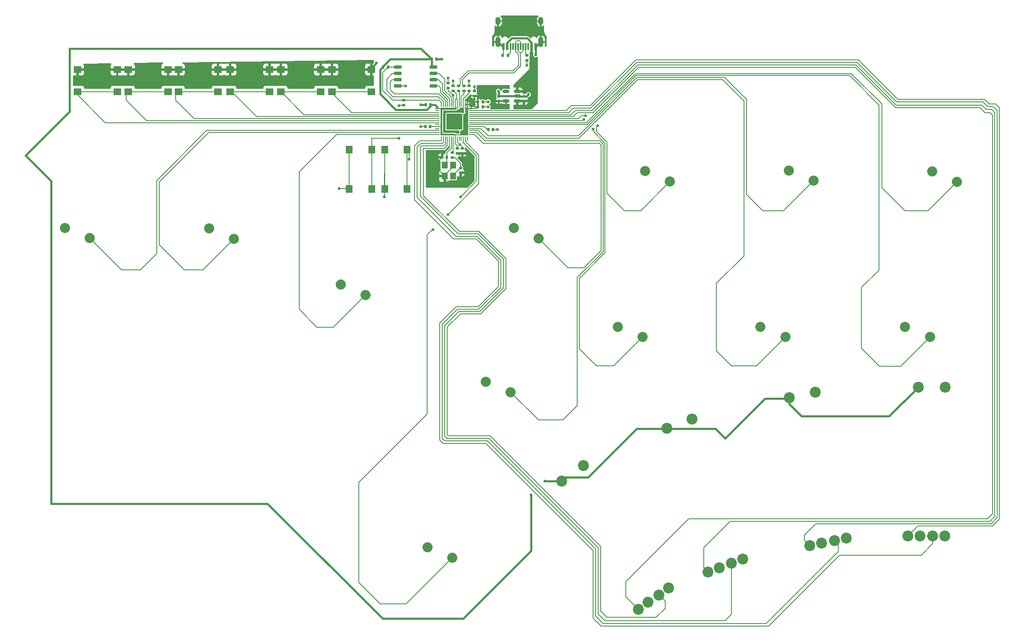
<source format=gbr>
%TF.GenerationSoftware,KiCad,Pcbnew,7.0.2*%
%TF.CreationDate,2023-12-16T15:11:12-05:00*%
%TF.ProjectId,Flatbox-rev7,466c6174-626f-4782-9d72-6576372e6b69,rev?*%
%TF.SameCoordinates,Original*%
%TF.FileFunction,Copper,L1,Top*%
%TF.FilePolarity,Positive*%
%FSLAX46Y46*%
G04 Gerber Fmt 4.6, Leading zero omitted, Abs format (unit mm)*
G04 Created by KiCad (PCBNEW 7.0.2) date 2023-12-16 15:11:12*
%MOMM*%
%LPD*%
G01*
G04 APERTURE LIST*
G04 Aperture macros list*
%AMRoundRect*
0 Rectangle with rounded corners*
0 $1 Rounding radius*
0 $2 $3 $4 $5 $6 $7 $8 $9 X,Y pos of 4 corners*
0 Add a 4 corners polygon primitive as box body*
4,1,4,$2,$3,$4,$5,$6,$7,$8,$9,$2,$3,0*
0 Add four circle primitives for the rounded corners*
1,1,$1+$1,$2,$3*
1,1,$1+$1,$4,$5*
1,1,$1+$1,$6,$7*
1,1,$1+$1,$8,$9*
0 Add four rect primitives between the rounded corners*
20,1,$1+$1,$2,$3,$4,$5,0*
20,1,$1+$1,$4,$5,$6,$7,0*
20,1,$1+$1,$6,$7,$8,$9,0*
20,1,$1+$1,$8,$9,$2,$3,0*%
G04 Aperture macros list end*
%TA.AperFunction,SMDPad,CuDef*%
%ADD10R,1.400000X1.600000*%
%TD*%
%TA.AperFunction,SMDPad,CuDef*%
%ADD11R,1.600000X1.400000*%
%TD*%
%TA.AperFunction,ComponentPad*%
%ADD12C,2.032000*%
%TD*%
%TA.AperFunction,SMDPad,CuDef*%
%ADD13RoundRect,0.135000X-0.185000X0.135000X-0.185000X-0.135000X0.185000X-0.135000X0.185000X0.135000X0*%
%TD*%
%TA.AperFunction,SMDPad,CuDef*%
%ADD14R,0.600000X1.450000*%
%TD*%
%TA.AperFunction,SMDPad,CuDef*%
%ADD15R,0.300000X1.450000*%
%TD*%
%TA.AperFunction,ComponentPad*%
%ADD16O,1.000000X2.100000*%
%TD*%
%TA.AperFunction,ComponentPad*%
%ADD17O,1.000000X1.600000*%
%TD*%
%TA.AperFunction,SMDPad,CuDef*%
%ADD18RoundRect,0.135000X0.135000X0.185000X-0.135000X0.185000X-0.135000X-0.185000X0.135000X-0.185000X0*%
%TD*%
%TA.AperFunction,SMDPad,CuDef*%
%ADD19RoundRect,0.140000X0.170000X-0.140000X0.170000X0.140000X-0.170000X0.140000X-0.170000X-0.140000X0*%
%TD*%
%TA.AperFunction,SMDPad,CuDef*%
%ADD20RoundRect,0.140000X-0.140000X-0.170000X0.140000X-0.170000X0.140000X0.170000X-0.140000X0.170000X0*%
%TD*%
%TA.AperFunction,SMDPad,CuDef*%
%ADD21RoundRect,0.140000X-0.170000X0.140000X-0.170000X-0.140000X0.170000X-0.140000X0.170000X0.140000X0*%
%TD*%
%TA.AperFunction,SMDPad,CuDef*%
%ADD22RoundRect,0.135000X-0.135000X-0.185000X0.135000X-0.185000X0.135000X0.185000X-0.135000X0.185000X0*%
%TD*%
%TA.AperFunction,SMDPad,CuDef*%
%ADD23RoundRect,0.150000X0.512500X0.150000X-0.512500X0.150000X-0.512500X-0.150000X0.512500X-0.150000X0*%
%TD*%
%TA.AperFunction,SMDPad,CuDef*%
%ADD24RoundRect,0.150000X-0.650000X-0.150000X0.650000X-0.150000X0.650000X0.150000X-0.650000X0.150000X0*%
%TD*%
%TA.AperFunction,SMDPad,CuDef*%
%ADD25RoundRect,0.050000X-0.387500X-0.050000X0.387500X-0.050000X0.387500X0.050000X-0.387500X0.050000X0*%
%TD*%
%TA.AperFunction,SMDPad,CuDef*%
%ADD26RoundRect,0.050000X-0.050000X-0.387500X0.050000X-0.387500X0.050000X0.387500X-0.050000X0.387500X0*%
%TD*%
%TA.AperFunction,ComponentPad*%
%ADD27C,0.600000*%
%TD*%
%TA.AperFunction,SMDPad,CuDef*%
%ADD28RoundRect,0.144000X-1.456000X-1.456000X1.456000X-1.456000X1.456000X1.456000X-1.456000X1.456000X0*%
%TD*%
%TA.AperFunction,SMDPad,CuDef*%
%ADD29R,1.200000X1.400000*%
%TD*%
%TA.AperFunction,SMDPad,CuDef*%
%ADD30RoundRect,0.140000X0.140000X0.170000X-0.140000X0.170000X-0.140000X-0.170000X0.140000X-0.170000X0*%
%TD*%
%TA.AperFunction,SMDPad,CuDef*%
%ADD31RoundRect,0.135000X0.185000X-0.135000X0.185000X0.135000X-0.185000X0.135000X-0.185000X-0.135000X0*%
%TD*%
%TA.AperFunction,ComponentPad*%
%ADD32C,2.200000*%
%TD*%
%TA.AperFunction,ViaPad*%
%ADD33C,0.600000*%
%TD*%
%TA.AperFunction,Conductor*%
%ADD34C,0.200000*%
%TD*%
%TA.AperFunction,Conductor*%
%ADD35C,0.400000*%
%TD*%
%TA.AperFunction,Conductor*%
%ADD36C,0.381000*%
%TD*%
G04 APERTURE END LIST*
D10*
%TO.P,SW20,1,1*%
%TO.N,GND*%
X122300000Y-53050000D03*
X122300000Y-61050000D03*
%TO.P,SW20,2,2*%
%TO.N,Net-(U3-RUN)*%
X117800000Y-53050000D03*
X117800000Y-61050000D03*
%TD*%
D11*
%TO.P,SWr1,1,1*%
%TO.N,SWX1*%
X63753000Y-41366000D03*
X55753000Y-41366000D03*
%TO.P,SWr1,2,2*%
%TO.N,GND*%
X63753000Y-36866000D03*
X55753000Y-36866000D03*
%TD*%
D10*
%TO.P,SW19,1,1*%
%TO.N,GND*%
X110650000Y-61050000D03*
X110650000Y-53050000D03*
%TO.P,SW19,2,2*%
%TO.N,Net-(R1-Pad2)*%
X115150000Y-61050000D03*
X115150000Y-53050000D03*
%TD*%
D11*
%TO.P,SW6,1,1*%
%TO.N,SWX6*%
X115125000Y-41366000D03*
X107125000Y-41366000D03*
%TO.P,SW6,2,2*%
%TO.N,GND*%
X115125000Y-36866000D03*
X107125000Y-36866000D03*
%TD*%
%TO.P,SW5,1,1*%
%TO.N,SWX5*%
X104838000Y-41366000D03*
X96838000Y-41366000D03*
%TO.P,SW5,2,2*%
%TO.N,GND*%
X104838000Y-36866000D03*
X96838000Y-36866000D03*
%TD*%
%TO.P,SW4,1,1*%
%TO.N,SWX4*%
X94551000Y-41366000D03*
X86551000Y-41366000D03*
%TO.P,SW4,2,2*%
%TO.N,GND*%
X94551000Y-36866000D03*
X86551000Y-36866000D03*
%TD*%
%TO.P,SW3,1,1*%
%TO.N,SWX3*%
X84137000Y-41366000D03*
X76137000Y-41366000D03*
%TO.P,SW3,2,2*%
%TO.N,GND*%
X84137000Y-36866000D03*
X76137000Y-36866000D03*
%TD*%
%TO.P,SW2,1,1*%
%TO.N,SWX2*%
X74010000Y-41366000D03*
X66010000Y-41366000D03*
%TO.P,SW2,2,2*%
%TO.N,GND*%
X74010000Y-36866000D03*
X66010000Y-36866000D03*
%TD*%
D12*
%TO.P,SW8,1,1*%
%TO.N,SWX8*%
X87320000Y-71070000D03*
%TO.P,SW8,2,2*%
%TO.N,GND*%
X82320000Y-68970000D03*
%TD*%
%TO.P,SW9,1,1*%
%TO.N,SWX9*%
X113920000Y-82420000D03*
%TO.P,SW9,2,2*%
%TO.N,GND*%
X108920000Y-80320000D03*
%TD*%
%TO.P,SW10,1,1*%
%TO.N,SWX10*%
X131420000Y-135520000D03*
%TO.P,SW10,2,2*%
%TO.N,GND*%
X126420000Y-133420000D03*
%TD*%
%TO.P,SW11,1,1*%
%TO.N,SWX11*%
X148860000Y-71010000D03*
%TO.P,SW11,2,2*%
%TO.N,GND*%
X143860000Y-68910000D03*
%TD*%
%TO.P,SW12,1,1*%
%TO.N,SWX12*%
X175420000Y-59480000D03*
%TO.P,SW12,2,2*%
%TO.N,GND*%
X170420000Y-57380000D03*
%TD*%
%TO.P,SW13,1,1*%
%TO.N,SWX13*%
X204390000Y-59360000D03*
%TO.P,SW13,2,2*%
%TO.N,GND*%
X199390000Y-57260000D03*
%TD*%
%TO.P,SW14,1,1*%
%TO.N,SWX14*%
X233360000Y-59600000D03*
%TO.P,SW14,2,2*%
%TO.N,GND*%
X228360000Y-57500000D03*
%TD*%
%TO.P,SW15,1,1*%
%TO.N,SWX15*%
X143250000Y-102050000D03*
%TO.P,SW15,2,2*%
%TO.N,GND*%
X138250000Y-99950000D03*
%TD*%
%TO.P,SW16,1,1*%
%TO.N,SWX16*%
X169860000Y-90940000D03*
%TO.P,SW16,2,2*%
%TO.N,GND*%
X164860000Y-88840000D03*
%TD*%
%TO.P,SW17,1,1*%
%TO.N,SWX17*%
X198710000Y-90940000D03*
%TO.P,SW17,2,2*%
%TO.N,GND*%
X193710000Y-88840000D03*
%TD*%
%TO.P,SW18,1,1*%
%TO.N,SWX18*%
X227920000Y-90940000D03*
%TO.P,SW18,2,2*%
%TO.N,GND*%
X222920000Y-88840000D03*
%TD*%
%TO.P,SW7,1,1*%
%TO.N,SWX7*%
X58225000Y-70950000D03*
%TO.P,SW7,2,2*%
%TO.N,GND*%
X53225000Y-68850000D03*
%TD*%
D13*
%TO.P,R7,1*%
%TO.N,Net-(USB1-CC1)*%
X146550000Y-33990000D03*
%TO.P,R7,2*%
%TO.N,GND*%
X146550000Y-35010000D03*
%TD*%
D14*
%TO.P,USB1,1,GND*%
%TO.N,GND*%
X148250000Y-32195000D03*
%TO.P,USB1,2,VBUS*%
%TO.N,+5V*%
X147450000Y-32195000D03*
D15*
%TO.P,USB1,3,SBU2*%
%TO.N,unconnected-(USB1-SBU2-Pad3)*%
X146750000Y-32195000D03*
%TO.P,USB1,4,CC1*%
%TO.N,Net-(USB1-CC1)*%
X146250000Y-32195000D03*
%TO.P,USB1,5,DN2*%
%TO.N,D-*%
X145750000Y-32195000D03*
%TO.P,USB1,6,DP1*%
%TO.N,D+*%
X145250000Y-32195000D03*
%TO.P,USB1,7,DN1*%
%TO.N,D-*%
X144750000Y-32195000D03*
%TO.P,USB1,8,DP2*%
%TO.N,D+*%
X144250000Y-32195000D03*
%TO.P,USB1,9,SBU1*%
%TO.N,unconnected-(USB1-SBU1-Pad9)*%
X143750000Y-32195000D03*
%TO.P,USB1,10,CC2*%
%TO.N,Net-(USB1-CC2)*%
X143250000Y-32195000D03*
D14*
%TO.P,USB1,11,VBUS*%
%TO.N,+5V*%
X142550000Y-32195000D03*
%TO.P,USB1,12,GND*%
%TO.N,GND*%
X141750000Y-32195000D03*
D16*
%TO.P,USB1,13,SHIELD*%
X149320000Y-31280000D03*
D17*
X149320000Y-27100000D03*
D16*
X140680000Y-31280000D03*
D17*
X140680000Y-27100000D03*
%TD*%
D18*
%TO.P,R6,1*%
%TO.N,Net-(USB1-CC2)*%
X142660000Y-34050000D03*
%TO.P,R6,2*%
%TO.N,GND*%
X141640000Y-34050000D03*
%TD*%
D19*
%TO.P,C1,1*%
%TO.N,+5V*%
X145923000Y-43230000D03*
%TO.P,C1,2*%
%TO.N,GND*%
X145923000Y-42270000D03*
%TD*%
D20*
%TO.P,C2,1*%
%TO.N,GND*%
X129420000Y-54600000D03*
%TO.P,C2,2*%
%TO.N,XIN*%
X130380000Y-54600000D03*
%TD*%
D19*
%TO.P,C4,1*%
%TO.N,+3V3*%
X140843000Y-43230000D03*
%TO.P,C4,2*%
%TO.N,GND*%
X140843000Y-42270000D03*
%TD*%
D20*
%TO.P,C5,1*%
%TO.N,+3V3*%
X127270000Y-34800000D03*
%TO.P,C5,2*%
%TO.N,GND*%
X128230000Y-34800000D03*
%TD*%
D19*
%TO.P,C6,1*%
%TO.N,+1V1*%
X130600000Y-40580000D03*
%TO.P,C6,2*%
%TO.N,GND*%
X130600000Y-39620000D03*
%TD*%
D21*
%TO.P,C7,1*%
%TO.N,+1V1*%
X133450000Y-52820000D03*
%TO.P,C7,2*%
%TO.N,GND*%
X133450000Y-53780000D03*
%TD*%
D19*
%TO.P,C8,1*%
%TO.N,+1V1*%
X134850000Y-41180000D03*
%TO.P,C8,2*%
%TO.N,GND*%
X134850000Y-40220000D03*
%TD*%
%TO.P,C9,1*%
%TO.N,+3V3*%
X131650000Y-41180000D03*
%TO.P,C9,2*%
%TO.N,GND*%
X131650000Y-40220000D03*
%TD*%
%TO.P,C10,1*%
%TO.N,+3V3*%
X135900000Y-42180000D03*
%TO.P,C10,2*%
%TO.N,GND*%
X135900000Y-41220000D03*
%TD*%
D20*
%TO.P,C15,1*%
%TO.N,+3V3*%
X136620000Y-44450000D03*
%TO.P,C15,2*%
%TO.N,GND*%
X137580000Y-44450000D03*
%TD*%
%TO.P,C16,1*%
%TO.N,+3V3*%
X136620000Y-43400000D03*
%TO.P,C16,2*%
%TO.N,GND*%
X137580000Y-43400000D03*
%TD*%
D13*
%TO.P,R1,1*%
%TO.N,QSPI_SS*%
X121650000Y-43090000D03*
%TO.P,R1,2*%
%TO.N,Net-(R1-Pad2)*%
X121650000Y-44110000D03*
%TD*%
D22*
%TO.P,R2,1*%
%TO.N,+3V3*%
X117490000Y-36400000D03*
%TO.P,R2,2*%
%TO.N,QSPI_SS*%
X118510000Y-36400000D03*
%TD*%
D13*
%TO.P,R4,1*%
%TO.N,D-*%
X133780000Y-40190000D03*
%TO.P,R4,2*%
%TO.N,Net-(U3-USB_DM)*%
X133780000Y-41210000D03*
%TD*%
D23*
%TO.P,U1,1,IN*%
%TO.N,+5V*%
X144537500Y-43200000D03*
%TO.P,U1,2,GND*%
%TO.N,GND*%
X144537500Y-42250000D03*
%TO.P,U1,3,EN*%
%TO.N,+5V*%
X144537500Y-41300000D03*
%TO.P,U1,4,NC*%
%TO.N,unconnected-(U1-NC-Pad4)*%
X142262500Y-41300000D03*
%TO.P,U1,5,OUT*%
%TO.N,+3V3*%
X142262500Y-43200000D03*
%TD*%
D24*
%TO.P,U2,1,~{CS}*%
%TO.N,QSPI_SS*%
X120450000Y-36395000D03*
%TO.P,U2,2,DO(IO1)*%
%TO.N,QSPI_SD1*%
X120450000Y-37665000D03*
%TO.P,U2,3,IO2*%
%TO.N,QSPI_SD2*%
X120450000Y-38935000D03*
%TO.P,U2,4,GND*%
%TO.N,GND*%
X120450000Y-40205000D03*
%TO.P,U2,5,DI(IO0)*%
%TO.N,QSPI_SD0*%
X127650000Y-40205000D03*
%TO.P,U2,6,CLK*%
%TO.N,QSPI_SCLK*%
X127650000Y-38935000D03*
%TO.P,U2,7,IO3*%
%TO.N,QSPI_SD3*%
X127650000Y-37665000D03*
%TO.P,U2,8,VCC*%
%TO.N,+3V3*%
X127650000Y-36395000D03*
%TD*%
D25*
%TO.P,U3,1,IOVDD*%
%TO.N,+3V3*%
X128412500Y-44800000D03*
%TO.P,U3,2,GPIO0*%
%TO.N,unconnected-(U3-GPIO0-Pad2)*%
X128412500Y-45200000D03*
%TO.P,U3,3,GPIO1*%
%TO.N,SWX6*%
X128412500Y-45600000D03*
%TO.P,U3,4,GPIO2*%
%TO.N,SWX5*%
X128412500Y-46000000D03*
%TO.P,U3,5,GPIO3*%
%TO.N,SWX4*%
X128412500Y-46400000D03*
%TO.P,U3,6,GPIO4*%
%TO.N,SWX3*%
X128412500Y-46800000D03*
%TO.P,U3,7,GPIO5*%
%TO.N,SWX2*%
X128412500Y-47200000D03*
%TO.P,U3,8,GPIO6*%
%TO.N,SWX1*%
X128412500Y-47600000D03*
%TO.P,U3,9,GPIO7*%
%TO.N,unconnected-(U3-GPIO7-Pad9)*%
X128412500Y-48000000D03*
%TO.P,U3,10,IOVDD*%
%TO.N,+3V3*%
X128412500Y-48400000D03*
%TO.P,U3,11,GPIO8*%
%TO.N,unconnected-(U3-GPIO8-Pad11)*%
X128412500Y-48800000D03*
%TO.P,U3,12,GPIO9*%
%TO.N,SWX7*%
X128412500Y-49200000D03*
%TO.P,U3,13,GPIO10*%
%TO.N,SWX8*%
X128412500Y-49600000D03*
%TO.P,U3,14,GPIO11*%
%TO.N,SWX9*%
X128412500Y-50000000D03*
D26*
%TO.P,U3,15,GPIO12*%
%TO.N,LEDF1*%
X129250000Y-50837500D03*
%TO.P,U3,16,GPIO13*%
%TO.N,LEDF2*%
X129650000Y-50837500D03*
%TO.P,U3,17,GPIO14*%
%TO.N,LEDF3*%
X130050000Y-50837500D03*
%TO.P,U3,18,GPIO15*%
%TO.N,LEDF4*%
X130450000Y-50837500D03*
%TO.P,U3,19,TESTEN*%
%TO.N,GND*%
X130850000Y-50837500D03*
%TO.P,U3,20,XIN*%
%TO.N,XIN*%
X131250000Y-50837500D03*
%TO.P,U3,21,XOUT*%
%TO.N,XOUT*%
X131650000Y-50837500D03*
%TO.P,U3,22,IOVDD*%
%TO.N,+3V3*%
X132050000Y-50837500D03*
%TO.P,U3,23,DVDD*%
%TO.N,+1V1*%
X132450000Y-50837500D03*
%TO.P,U3,24,SWCLK*%
%TO.N,unconnected-(U3-SWCLK-Pad24)*%
X132850000Y-50837500D03*
%TO.P,U3,25,SWD*%
%TO.N,unconnected-(U3-SWD-Pad25)*%
X133250000Y-50837500D03*
%TO.P,U3,26,RUN*%
%TO.N,Net-(U3-RUN)*%
X133650000Y-50837500D03*
%TO.P,U3,27,GPIO16*%
%TO.N,SWX10*%
X134050000Y-50837500D03*
%TO.P,U3,28,GPIO17*%
%TO.N,unconnected-(U3-GPIO17-Pad28)*%
X134450000Y-50837500D03*
D25*
%TO.P,U3,29,GPIO18*%
%TO.N,SWX11*%
X135287500Y-50000000D03*
%TO.P,U3,30,GPIO19*%
%TO.N,SWX15*%
X135287500Y-49600000D03*
%TO.P,U3,31,GPIO20*%
%TO.N,SWX17*%
X135287500Y-49200000D03*
%TO.P,U3,32,GPIO21*%
%TO.N,SWX13*%
X135287500Y-48800000D03*
%TO.P,U3,33,IOVDD*%
%TO.N,+3V3*%
X135287500Y-48400000D03*
%TO.P,U3,34,GPIO22*%
%TO.N,SWX18*%
X135287500Y-48000000D03*
%TO.P,U3,35,GPIO23*%
%TO.N,SWX14*%
X135287500Y-47600000D03*
%TO.P,U3,36,GPIO24*%
%TO.N,SWX16*%
X135287500Y-47200000D03*
%TO.P,U3,37,GPIO25*%
%TO.N,SWX12*%
X135287500Y-46800000D03*
%TO.P,U3,38,GPIO26_ADC0*%
%TO.N,ADC0*%
X135287500Y-46400000D03*
%TO.P,U3,39,GPIO27_ADC1*%
%TO.N,ADC1*%
X135287500Y-46000000D03*
%TO.P,U3,40,GPIO28_ADC2*%
%TO.N,ADC2*%
X135287500Y-45600000D03*
%TO.P,U3,41,GPIO29_ADC3*%
%TO.N,ADC3*%
X135287500Y-45200000D03*
%TO.P,U3,42,IOVDD*%
%TO.N,+3V3*%
X135287500Y-44800000D03*
D26*
%TO.P,U3,43,ADC_AVDD*%
X134450000Y-43962500D03*
%TO.P,U3,44,VREG_IN*%
X134050000Y-43962500D03*
%TO.P,U3,45,VREG_VOUT*%
%TO.N,+1V1*%
X133650000Y-43962500D03*
%TO.P,U3,46,USB_DM*%
%TO.N,Net-(U3-USB_DM)*%
X133250000Y-43962500D03*
%TO.P,U3,47,USB_DP*%
%TO.N,Net-(U3-USB_DP)*%
X132850000Y-43962500D03*
%TO.P,U3,48,USB_VDD*%
%TO.N,+3V3*%
X132450000Y-43962500D03*
%TO.P,U3,49,IOVDD*%
X132050000Y-43962500D03*
%TO.P,U3,50,DVDD*%
%TO.N,+1V1*%
X131650000Y-43962500D03*
%TO.P,U3,51,QSPI_SD3*%
%TO.N,QSPI_SD3*%
X131250000Y-43962500D03*
%TO.P,U3,52,QSPI_SCLK*%
%TO.N,QSPI_SCLK*%
X130850000Y-43962500D03*
%TO.P,U3,53,QSPI_SD0*%
%TO.N,QSPI_SD0*%
X130450000Y-43962500D03*
%TO.P,U3,54,QSPI_SD2*%
%TO.N,QSPI_SD2*%
X130050000Y-43962500D03*
%TO.P,U3,55,QSPI_SD1*%
%TO.N,QSPI_SD1*%
X129650000Y-43962500D03*
%TO.P,U3,56,QSPI_SS*%
%TO.N,QSPI_SS*%
X129250000Y-43962500D03*
D27*
%TO.P,U3,57,GND*%
%TO.N,GND*%
X130575000Y-46125000D03*
X130575000Y-47400000D03*
X130575000Y-48675000D03*
X131850000Y-46125000D03*
X131850000Y-47400000D03*
D28*
X131850000Y-47400000D03*
D27*
X131850000Y-48675000D03*
X133125000Y-46125000D03*
X133125000Y-47400000D03*
X133125000Y-48675000D03*
%TD*%
D29*
%TO.P,Y1,1,1*%
%TO.N,XIN*%
X129900000Y-56150000D03*
%TO.P,Y1,2,2*%
%TO.N,GND*%
X129900000Y-58350000D03*
%TO.P,Y1,3,3*%
%TO.N,Net-(C3-Pad1)*%
X131600000Y-58350000D03*
%TO.P,Y1,4,4*%
%TO.N,GND*%
X131600000Y-56150000D03*
%TD*%
D13*
%TO.P,R3,1*%
%TO.N,D+*%
X132700000Y-40190000D03*
%TO.P,R3,2*%
%TO.N,Net-(U3-USB_DP)*%
X132700000Y-41210000D03*
%TD*%
D21*
%TO.P,C3,1*%
%TO.N,Net-(C3-Pad1)*%
X133100000Y-56770000D03*
%TO.P,C3,2*%
%TO.N,GND*%
X133100000Y-57730000D03*
%TD*%
D30*
%TO.P,C13,1*%
%TO.N,+3V3*%
X126980000Y-48400000D03*
%TO.P,C13,2*%
%TO.N,GND*%
X126020000Y-48400000D03*
%TD*%
D20*
%TO.P,C12,1*%
%TO.N,+3V3*%
X138712000Y-49022000D03*
%TO.P,C12,2*%
%TO.N,GND*%
X139672000Y-49022000D03*
%TD*%
D31*
%TO.P,R5,1*%
%TO.N,Net-(C3-Pad1)*%
X131400000Y-54660000D03*
%TO.P,R5,2*%
%TO.N,XOUT*%
X131400000Y-53640000D03*
%TD*%
D21*
%TO.P,C14,1*%
%TO.N,+3V3*%
X132420000Y-52820000D03*
%TO.P,C14,2*%
%TO.N,GND*%
X132420000Y-53780000D03*
%TD*%
D30*
%TO.P,C11,1*%
%TO.N,+3V3*%
X127080000Y-44000000D03*
%TO.P,C11,2*%
%TO.N,GND*%
X126120000Y-44000000D03*
%TD*%
D32*
%TO.P,F2,1,P1*%
%TO.N,unconnected-(F2A-P1-Pad1)*%
X185408803Y-137523000D03*
%TO.P,F2,2,P2*%
%TO.N,ADC1*%
X183106556Y-138360949D03*
%TO.P,F2,3,P3*%
%TO.N,+3V3*%
X174832089Y-109340858D03*
%TO.P,F2,A,ANODE*%
%TO.N,unconnected-(F2B-ANODE-PadA)*%
X179906429Y-107493950D03*
%TO.P,F2,C,CATHODE*%
%TO.N,GND*%
X190154250Y-135795798D03*
%TO.P,F2,L,EN*%
%TO.N,LEDF3*%
X187852004Y-136633748D03*
%TD*%
%TO.P,F4,1,P1*%
%TO.N,GND*%
X225903000Y-131128000D03*
%TO.P,F4,2,P2*%
%TO.N,ADC3*%
X223453000Y-131128000D03*
%TO.P,F4,3,P3*%
%TO.N,+3V3*%
X225603000Y-101028000D03*
%TO.P,F4,A,ANODE*%
%TO.N,unconnected-(F4B-ANODE-PadA)*%
X231003000Y-101028000D03*
%TO.P,F4,C,CATHODE*%
%TO.N,GND*%
X230953000Y-131128000D03*
%TO.P,F4,L,EN*%
%TO.N,LEDF1*%
X228503000Y-131128000D03*
%TD*%
%TO.P,F1,1,P1*%
%TO.N,GND*%
X171016428Y-144518888D03*
%TO.P,F1,2,P2*%
%TO.N,ADC0*%
X169009505Y-145924150D03*
%TO.P,F1,3,P3*%
%TO.N,+3V3*%
X153506031Y-120034484D03*
%TO.P,F1,A,ANODE*%
%TO.N,unconnected-(F1B-ANODE-PadA)*%
X157929452Y-116937171D03*
%TO.P,F1,C,CATHODE*%
%TO.N,GND*%
X175153146Y-141622327D03*
%TO.P,F1,L,EN*%
%TO.N,LEDF4*%
X173146223Y-143027589D03*
%TD*%
%TO.P,F3,1,P1*%
%TO.N,GND*%
X206073479Y-132593407D03*
%TO.P,F3,2,P2*%
%TO.N,ADC2*%
X203677017Y-133102790D03*
%TO.P,F3,3,P3*%
%TO.N,+3V3*%
X199521893Y-103213537D03*
%TO.P,F3,A,ANODE*%
%TO.N,unconnected-(F3B-ANODE-PadA)*%
X204803890Y-102090814D03*
%TO.P,F3,C,CATHODE*%
%TO.N,GND*%
X211013124Y-131543453D03*
%TO.P,F3,L,EN*%
%TO.N,LEDF2*%
X208616663Y-132052836D03*
%TD*%
D33*
%TO.N,+3V3*%
X147320000Y-122809000D03*
X150193429Y-120045086D03*
%TO.N,SWX10*%
X127508000Y-69215000D03*
X130556000Y-66167000D03*
%TO.N,Net-(U3-RUN)*%
X133096000Y-62611000D03*
X117729000Y-62611000D03*
%TO.N,GND*%
X108585000Y-60960000D03*
X122682000Y-54991000D03*
X146812000Y-41910000D03*
X148250000Y-33900000D03*
X127127000Y-59055000D03*
X131500000Y-60100000D03*
X125100000Y-44000000D03*
X140716000Y-41275000D03*
X134850000Y-39200000D03*
X127508000Y-53594000D03*
X138700000Y-43400000D03*
X146550000Y-36000000D03*
X126950000Y-55300000D03*
X130600000Y-38550000D03*
X134200000Y-59250000D03*
X129540000Y-53848000D03*
X129350000Y-34800000D03*
X131650000Y-39200000D03*
X134400000Y-53800000D03*
X116078000Y-35560000D03*
X125050000Y-48400000D03*
X138700000Y-44450000D03*
X132900000Y-54750000D03*
X122050000Y-40200000D03*
X134950000Y-56400000D03*
X128150000Y-57000000D03*
X135900000Y-40350000D03*
X140589000Y-49022000D03*
%TO.N,+1V1*%
X132650000Y-45245055D03*
X131650001Y-42050001D03*
X133000000Y-52000000D03*
X132499900Y-49507729D03*
%TO.N,SWX12*%
X160782000Y-48260000D03*
X158369000Y-46228000D03*
%TO.N,SWX16*%
X157988000Y-46990000D03*
X159893000Y-48895000D03*
%TO.N,Net-(R1-Pad2)*%
X120699974Y-44150000D03*
X120700000Y-50750000D03*
%TD*%
D34*
%TO.N,GND*%
X132900000Y-53780000D02*
X132900000Y-54750000D01*
X132420000Y-53780000D02*
X132900000Y-53780000D01*
D35*
%TO.N,+5V*%
X147523946Y-41173946D02*
X147450000Y-41100000D01*
X145923000Y-43230000D02*
X146806002Y-43230000D01*
X146806002Y-43230000D02*
X147523946Y-42512056D01*
X147523946Y-42512056D02*
X147523946Y-41173946D01*
X147350740Y-41199260D02*
X144600740Y-41199260D01*
X147450000Y-41100000D02*
X147350740Y-41199260D01*
X144600740Y-41199260D02*
X144500000Y-41300000D01*
D34*
%TO.N,SWX6*%
X107125000Y-41625000D02*
X111100000Y-45600000D01*
X111100000Y-45600000D02*
X128412500Y-45600000D01*
X115125000Y-41366000D02*
X107125000Y-41366000D01*
X107125000Y-41366000D02*
X107125000Y-41625000D01*
%TO.N,SWX5*%
X96838000Y-41366000D02*
X96866000Y-41366000D01*
X104838000Y-41366000D02*
X96838000Y-41366000D01*
X96866000Y-41366000D02*
X101500000Y-46000000D01*
X101500000Y-46000000D02*
X128412500Y-46000000D01*
%TO.N,SWX4*%
X86866000Y-41366000D02*
X86551000Y-41366000D01*
X128412500Y-46400000D02*
X91900000Y-46400000D01*
X91900000Y-46400000D02*
X86866000Y-41366000D01*
X94551000Y-41366000D02*
X86551000Y-41366000D01*
%TO.N,SWX3*%
X76137000Y-41366000D02*
X84137000Y-41366000D01*
D35*
%TO.N,GND*%
X140863000Y-42250000D02*
X140843000Y-42270000D01*
X144500000Y-42250000D02*
X140863000Y-42250000D01*
X144520000Y-42270000D02*
X144500000Y-42250000D01*
X145923000Y-42270000D02*
X144520000Y-42270000D01*
X146812000Y-41910000D02*
X146452000Y-42270000D01*
%TO.N,+5V*%
X145923000Y-43230000D02*
X144530000Y-43230000D01*
%TO.N,GND*%
X146452000Y-42270000D02*
X145923000Y-42270000D01*
X140843000Y-41402000D02*
X140843000Y-42270000D01*
X140716000Y-41275000D02*
X140843000Y-41402000D01*
%TO.N,+3V3*%
X138980000Y-42180000D02*
X135900000Y-42180000D01*
X140843000Y-43230000D02*
X140813000Y-43200000D01*
D34*
X142300000Y-43200000D02*
X140873000Y-43200000D01*
D35*
X140813000Y-43200000D02*
X140000000Y-43200000D01*
X140000000Y-43200000D02*
X138980000Y-42180000D01*
D34*
X140873000Y-43200000D02*
X140843000Y-43230000D01*
D35*
%TO.N,+5V*%
X147450000Y-31429822D02*
X147450000Y-32195000D01*
X146570179Y-30550001D02*
X147450000Y-31429822D01*
X143444980Y-30550001D02*
X146570179Y-30550001D01*
X142550000Y-31444981D02*
X143444980Y-30550001D01*
X142550000Y-32195000D02*
X142550000Y-31444981D01*
D34*
%TO.N,+3V3*%
X137914343Y-48400000D02*
X135287500Y-48400000D01*
X138536343Y-49022000D02*
X137914343Y-48400000D01*
X138712000Y-49022000D02*
X138536343Y-49022000D01*
%TO.N,GND*%
X140589000Y-49022000D02*
X139672000Y-49022000D01*
%TO.N,SWX13*%
X198350000Y-65400000D02*
X204390000Y-59360000D01*
X194150000Y-65400000D02*
X198350000Y-65400000D01*
X190850000Y-42895000D02*
X190850000Y-62100000D01*
X190850000Y-62100000D02*
X194150000Y-65400000D01*
X186455000Y-38500000D02*
X190850000Y-42895000D01*
X138684000Y-50292000D02*
X156939396Y-50292000D01*
X156939396Y-50292000D02*
X168731396Y-38500000D01*
X168731396Y-38500000D02*
X186455000Y-38500000D01*
X137192000Y-48800000D02*
X138684000Y-50292000D01*
X135287500Y-48800000D02*
X137192000Y-48800000D01*
%TO.N,SWX17*%
X192900000Y-96750000D02*
X198710000Y-90940000D01*
X187850000Y-96750000D02*
X192900000Y-96750000D01*
X184800000Y-93700000D02*
X187850000Y-96750000D01*
X184800000Y-80100000D02*
X184800000Y-93700000D01*
X190373000Y-43223000D02*
X190373000Y-74527000D01*
X190373000Y-74527000D02*
X184800000Y-80100000D01*
X156997094Y-50800000D02*
X168897094Y-38900000D01*
X186050000Y-38900000D02*
X190373000Y-43223000D01*
X138303000Y-50800000D02*
X156997094Y-50800000D01*
X168897094Y-38900000D02*
X186050000Y-38900000D01*
X135287500Y-49200000D02*
X136703000Y-49200000D01*
X136703000Y-49200000D02*
X138303000Y-50800000D01*
%TO.N,SWX11*%
X158050000Y-76950000D02*
X154800000Y-76950000D01*
X154800000Y-76950000D02*
X148860000Y-71010000D01*
X161500000Y-52150000D02*
X161500000Y-73500000D01*
X161166000Y-51816000D02*
X161500000Y-52150000D01*
X135915500Y-50000000D02*
X137731500Y-51816000D01*
X137731500Y-51816000D02*
X161166000Y-51816000D01*
X135287500Y-50000000D02*
X135915500Y-50000000D01*
X161500000Y-73500000D02*
X158050000Y-76950000D01*
%TO.N,SWX15*%
X148900000Y-107700000D02*
X143250000Y-102050000D01*
X153800000Y-107700000D02*
X148900000Y-107700000D01*
X161900000Y-73700000D02*
X156699990Y-78900010D01*
X156699990Y-78900010D02*
X156699990Y-104800010D01*
X161900000Y-51950000D02*
X161900000Y-73700000D01*
X138049000Y-51308000D02*
X161258000Y-51308000D01*
X161258000Y-51308000D02*
X161900000Y-51950000D01*
X136341000Y-49600000D02*
X138049000Y-51308000D01*
X135287500Y-49600000D02*
X136341000Y-49600000D01*
X156699990Y-104800010D02*
X153800000Y-107700000D01*
D35*
%TO.N,+3V3*%
X153495429Y-120045086D02*
X153506031Y-120034484D01*
X150193429Y-120045086D02*
X153495429Y-120045086D01*
X125109000Y-32639000D02*
X127270000Y-34800000D01*
X54102000Y-32639000D02*
X125109000Y-32639000D01*
X54102000Y-45339000D02*
X54102000Y-32639000D01*
X45212000Y-54229000D02*
X54102000Y-45339000D01*
X50419000Y-59436000D02*
X45212000Y-54229000D01*
X50419000Y-124587000D02*
X50419000Y-59436000D01*
X117348000Y-147828000D02*
X94107000Y-124587000D01*
X94107000Y-124587000D02*
X50419000Y-124587000D01*
X147320000Y-122936000D02*
X147320000Y-134112000D01*
X147320000Y-134112000D02*
X133604000Y-147828000D01*
X133604000Y-147828000D02*
X117348000Y-147828000D01*
D34*
%TO.N,LEDF4*%
X130450000Y-52203538D02*
X130450000Y-50837500D01*
X125603000Y-52832000D02*
X129821538Y-52832000D01*
X125603000Y-62337153D02*
X125603000Y-52832000D01*
X132861847Y-69596000D02*
X125603000Y-62337153D01*
X136779000Y-69596000D02*
X132861847Y-69596000D01*
X142240000Y-75057000D02*
X136779000Y-69596000D01*
X129821538Y-52832000D02*
X130450000Y-52203538D01*
X142240000Y-81153000D02*
X142240000Y-75057000D01*
X133096000Y-86233000D02*
X137160000Y-86233000D01*
X130429000Y-88900000D02*
X133096000Y-86233000D01*
X130429000Y-110617000D02*
X130429000Y-88900000D01*
X130683000Y-110871000D02*
X130429000Y-110617000D01*
X139065000Y-110871000D02*
X130683000Y-110871000D01*
X162687000Y-147574000D02*
X161417000Y-146304000D01*
X174434500Y-145732500D02*
X172593000Y-147574000D01*
X172593000Y-147574000D02*
X162687000Y-147574000D01*
X137160000Y-86233000D02*
X142240000Y-81153000D01*
X161417000Y-133223000D02*
X139065000Y-110871000D01*
X174434500Y-144208500D02*
X174434500Y-145732500D01*
X173253589Y-143027589D02*
X174434500Y-144208500D01*
X173146223Y-143027589D02*
X173253589Y-143027589D01*
X161417000Y-146304000D02*
X161417000Y-133223000D01*
%TO.N,LEDF2*%
X160401000Y-133731000D02*
X160401000Y-146431000D01*
X138557000Y-111887000D02*
X160401000Y-133731000D01*
X129921000Y-111887000D02*
X138557000Y-111887000D01*
X129432000Y-111398000D02*
X129921000Y-111887000D01*
X129432000Y-88373000D02*
X129432000Y-111398000D01*
X132461000Y-85344000D02*
X129432000Y-88373000D01*
X136779000Y-85344000D02*
X132461000Y-85344000D01*
X141224000Y-75438000D02*
X141224000Y-80899000D01*
X124333000Y-62738000D02*
X132207000Y-70612000D01*
X124333000Y-52578000D02*
X124333000Y-62738000D01*
X125095000Y-51816000D02*
X124333000Y-52578000D01*
X129413000Y-51816000D02*
X125095000Y-51816000D01*
X132207000Y-70612000D02*
X136398000Y-70612000D01*
X129650000Y-51579000D02*
X129413000Y-51816000D01*
X129650000Y-50837500D02*
X129650000Y-51579000D01*
X136398000Y-70612000D02*
X141224000Y-75438000D01*
X141224000Y-80899000D02*
X136779000Y-85344000D01*
%TO.N,LEDF1*%
X228503000Y-132685000D02*
X228503000Y-131128000D01*
X226187000Y-135001000D02*
X228503000Y-132685000D01*
X209677000Y-135001000D02*
X226187000Y-135001000D01*
X195326000Y-149352000D02*
X209677000Y-135001000D01*
X161496000Y-149352000D02*
X195326000Y-149352000D01*
X159893000Y-147749000D02*
X161496000Y-149352000D01*
X159893000Y-134112000D02*
X159893000Y-147749000D01*
X138176000Y-112395000D02*
X159893000Y-134112000D01*
X129540000Y-112395000D02*
X138176000Y-112395000D01*
X128905000Y-111760000D02*
X129540000Y-112395000D01*
X128905000Y-88138000D02*
X128905000Y-111760000D01*
X136652000Y-84836000D02*
X132207000Y-84836000D01*
X140716000Y-80772000D02*
X136652000Y-84836000D01*
X136271000Y-71120000D02*
X140716000Y-75565000D01*
X140716000Y-75565000D02*
X140716000Y-80772000D01*
X123825000Y-63246000D02*
X131699000Y-71120000D01*
X132207000Y-84836000D02*
X128905000Y-88138000D01*
X123825000Y-52324000D02*
X123825000Y-63246000D01*
X124841000Y-51308000D02*
X123825000Y-52324000D01*
X129250000Y-51308000D02*
X124841000Y-51308000D01*
X131699000Y-71120000D02*
X136271000Y-71120000D01*
X129250000Y-50837500D02*
X129250000Y-51308000D01*
%TO.N,LEDF2*%
X209423000Y-132859173D02*
X208616663Y-132052836D01*
X194818000Y-148844000D02*
X209423000Y-134239000D01*
X209423000Y-134239000D02*
X209423000Y-132859173D01*
X161925000Y-148844000D02*
X194818000Y-148844000D01*
X160401000Y-147320000D02*
X161925000Y-148844000D01*
X160401000Y-146304000D02*
X160401000Y-147320000D01*
%TO.N,LEDF3*%
X186563000Y-148209000D02*
X187852004Y-146919996D01*
X162242500Y-148209000D02*
X186563000Y-148209000D01*
X160909000Y-146875500D02*
X162242500Y-148209000D01*
X160909000Y-133477000D02*
X160909000Y-146875500D01*
X138811000Y-111379000D02*
X160909000Y-133477000D01*
X130302000Y-111379000D02*
X138811000Y-111379000D01*
X129921000Y-110998000D02*
X130302000Y-111379000D01*
X129921000Y-88646000D02*
X129921000Y-110998000D01*
X132715000Y-85852000D02*
X129921000Y-88646000D01*
X132715000Y-85744000D02*
X132715000Y-85852000D01*
X137014000Y-85744000D02*
X132715000Y-85744000D01*
X141732000Y-81026000D02*
X137014000Y-85744000D01*
X141732000Y-75184000D02*
X141732000Y-81026000D01*
X124968000Y-62484000D02*
X132588000Y-70104000D01*
X124968000Y-52578000D02*
X124968000Y-62484000D01*
X132588000Y-70104000D02*
X136652000Y-70104000D01*
X187852004Y-146919996D02*
X187852004Y-136633748D01*
X125222000Y-52324000D02*
X124968000Y-52578000D01*
X129667000Y-52324000D02*
X125222000Y-52324000D01*
X136652000Y-70104000D02*
X141732000Y-75184000D01*
X130050000Y-51941000D02*
X129667000Y-52324000D01*
X130050000Y-50837500D02*
X130050000Y-51941000D01*
%TO.N,LEDF4*%
X173228000Y-143109366D02*
X173146223Y-143027589D01*
%TO.N,SWX10*%
X134050000Y-51400000D02*
X136800000Y-54150000D01*
X136800000Y-54150000D02*
X136800000Y-59923000D01*
X136800000Y-59923000D02*
X130556000Y-66167000D01*
X134050000Y-50837500D02*
X134050000Y-51400000D01*
X127435000Y-69215000D02*
X127508000Y-69215000D01*
X126400000Y-70250000D02*
X127435000Y-69215000D01*
%TO.N,GND*%
X130850000Y-52538000D02*
X130850000Y-50837500D01*
X129420000Y-53968000D02*
X129420000Y-54600000D01*
X129540000Y-53848000D02*
X130850000Y-52538000D01*
X129540000Y-53848000D02*
X129420000Y-53968000D01*
X122682000Y-53432000D02*
X122300000Y-53050000D01*
X122682000Y-54991000D02*
X122682000Y-53432000D01*
%TO.N,Net-(U3-RUN)*%
X133089000Y-62611000D02*
X133089000Y-62611000D01*
X133096000Y-62611000D02*
X133089000Y-62611000D01*
X133096000Y-62604000D02*
X133096000Y-62611000D01*
X117729000Y-62611000D02*
X117800000Y-53050000D01*
%TO.N,GND*%
X110560000Y-60960000D02*
X110650000Y-61050000D01*
X108585000Y-60960000D02*
X110560000Y-60960000D01*
X122300000Y-53050000D02*
X122300000Y-61050000D01*
%TO.N,Net-(U3-RUN)*%
X136250000Y-54250000D02*
X136250000Y-59450000D01*
X133650000Y-51650000D02*
X136250000Y-54250000D01*
X136250000Y-59450000D02*
X133096000Y-62604000D01*
X133650000Y-50837500D02*
X133650000Y-51650000D01*
%TO.N,Net-(R1-Pad2)*%
X115150000Y-50838000D02*
X115062000Y-50750000D01*
X115150000Y-53050000D02*
X115150000Y-50838000D01*
X120700000Y-50750000D02*
X115062000Y-50750000D01*
%TO.N,ADC1*%
X182217556Y-137471949D02*
X183106556Y-138360949D01*
X182217556Y-133504444D02*
X182217556Y-137471949D01*
X187579000Y-128143000D02*
X182217556Y-133504444D01*
X240030000Y-128143000D02*
X187579000Y-128143000D01*
X241027000Y-127146000D02*
X240030000Y-128143000D01*
X241027000Y-45593000D02*
X241027000Y-127146000D01*
X240392000Y-44958000D02*
X241027000Y-45593000D01*
X239268000Y-44958000D02*
X240392000Y-44958000D01*
X221107000Y-44069000D02*
X238379000Y-44069000D01*
X168910000Y-35941000D02*
X212979000Y-35941000D01*
X212979000Y-35941000D02*
X221107000Y-44069000D01*
X238379000Y-44069000D02*
X239268000Y-44958000D01*
X159639000Y-45212000D02*
X168910000Y-35941000D01*
X156210000Y-45212000D02*
X159639000Y-45212000D01*
X155422000Y-46000000D02*
X156210000Y-45212000D01*
X135287500Y-46000000D02*
X155422000Y-46000000D01*
%TO.N,ADC0*%
X166497000Y-143411645D02*
X169009505Y-145924150D01*
X166497000Y-140335000D02*
X166497000Y-143411645D01*
X179197000Y-127635000D02*
X166497000Y-140335000D01*
X239522000Y-127635000D02*
X179197000Y-127635000D01*
X240538000Y-126619000D02*
X239522000Y-127635000D01*
X240538000Y-46101000D02*
X240538000Y-126619000D01*
X240030000Y-45593000D02*
X240538000Y-46101000D01*
X239014000Y-45593000D02*
X240030000Y-45593000D01*
X237998000Y-44577000D02*
X239014000Y-45593000D01*
X220980000Y-44577000D02*
X237998000Y-44577000D01*
X169037000Y-36449000D02*
X212852000Y-36449000D01*
X156699000Y-45612000D02*
X159874000Y-45612000D01*
X212852000Y-36449000D02*
X220980000Y-44577000D01*
X155911000Y-46400000D02*
X156699000Y-45612000D01*
X135287500Y-46400000D02*
X155911000Y-46400000D01*
X159874000Y-45612000D02*
X169037000Y-36449000D01*
%TO.N,SWX14*%
X218186000Y-43815000D02*
X218186000Y-60736000D01*
X227560000Y-65400000D02*
X233360000Y-59600000D01*
X212071000Y-37700000D02*
X218186000Y-43815000D01*
X168400000Y-37700000D02*
X212071000Y-37700000D01*
X218186000Y-60736000D02*
X222850000Y-65400000D01*
X158500000Y-47600000D02*
X168400000Y-37700000D01*
X222850000Y-65400000D02*
X227560000Y-65400000D01*
X135287500Y-47600000D02*
X158500000Y-47600000D01*
%TO.N,SWX8*%
X81040000Y-77350000D02*
X87320000Y-71070000D01*
X77350000Y-77350000D02*
X81040000Y-77350000D01*
X72263000Y-59563000D02*
X72263000Y-72263000D01*
X82226000Y-49600000D02*
X72263000Y-59563000D01*
X72263000Y-72263000D02*
X77350000Y-77350000D01*
X128412500Y-49600000D02*
X82226000Y-49600000D01*
%TO.N,ADC3*%
X225490648Y-129090352D02*
X223453000Y-131128000D01*
X240606648Y-129090352D02*
X225490648Y-129090352D01*
X241935000Y-127762000D02*
X240606648Y-129090352D01*
X241935000Y-44579713D02*
X241935000Y-127762000D01*
X241170287Y-43815000D02*
X241935000Y-44579713D01*
X239903000Y-43815000D02*
X241170287Y-43815000D01*
X221419537Y-42857537D02*
X238945537Y-42857537D01*
X213487000Y-34925000D02*
X221419537Y-42857537D01*
X238945537Y-42857537D02*
X239903000Y-43815000D01*
X159258000Y-44196000D02*
X168529000Y-34925000D01*
X155448000Y-44196000D02*
X159258000Y-44196000D01*
X154444000Y-45200000D02*
X155448000Y-44196000D01*
X168529000Y-34925000D02*
X213487000Y-34925000D01*
X135287500Y-45200000D02*
X154444000Y-45200000D01*
%TO.N,ADC2*%
X202565000Y-131990773D02*
X203677017Y-133102790D01*
X202565000Y-130937000D02*
X202565000Y-131990773D01*
X204851000Y-128651000D02*
X202565000Y-130937000D01*
X241503192Y-127431808D02*
X240284000Y-128651000D01*
X241503192Y-45161192D02*
X241503192Y-127431808D01*
X240665000Y-44323000D02*
X241503192Y-45161192D01*
X239522000Y-44323000D02*
X240665000Y-44323000D01*
X238627982Y-43428982D02*
X239522000Y-44323000D01*
X213233000Y-35433000D02*
X221228982Y-43428982D01*
X168656000Y-35433000D02*
X213233000Y-35433000D01*
X155860750Y-44704000D02*
X159385000Y-44704000D01*
X154964750Y-45600000D02*
X155860750Y-44704000D01*
X240284000Y-128651000D02*
X204851000Y-128651000D01*
X221228982Y-43428982D02*
X238627982Y-43428982D01*
X135287500Y-45600000D02*
X154964750Y-45600000D01*
X159385000Y-44704000D02*
X168656000Y-35433000D01*
%TO.N,GND*%
X120450000Y-40205000D02*
X122045000Y-40205000D01*
X133100000Y-58690002D02*
X132340002Y-59450000D01*
X134380000Y-53780000D02*
X134400000Y-53800000D01*
X126020000Y-48400000D02*
X125050000Y-48400000D01*
X128850000Y-55170000D02*
X128850000Y-57300000D01*
X134850000Y-40220000D02*
X134850000Y-39200000D01*
D36*
X141775000Y-32195000D02*
X141595000Y-32195000D01*
D34*
X141750000Y-33940000D02*
X141640000Y-34050000D01*
X129900000Y-58250000D02*
X131600000Y-56550000D01*
D35*
X114547000Y-37114000D02*
X114547000Y-37091000D01*
D34*
X128850000Y-57300000D02*
X129900000Y-58350000D01*
D36*
X149320000Y-31280000D02*
X148405000Y-32195000D01*
D34*
X137580000Y-43400000D02*
X138700000Y-43400000D01*
X146550000Y-35010000D02*
X146550000Y-36000000D01*
D36*
X141595000Y-32195000D02*
X140680000Y-31280000D01*
D35*
X128230000Y-34800000D02*
X129350000Y-34800000D01*
D34*
X131650000Y-40220000D02*
X131650000Y-39200000D01*
D36*
X148405000Y-32195000D02*
X148350000Y-32195000D01*
D34*
X129900000Y-59250000D02*
X129900000Y-58350000D01*
X129420000Y-54600000D02*
X128850000Y-55170000D01*
X130600000Y-39620000D02*
X130600000Y-38550000D01*
X130100000Y-59450000D02*
X129900000Y-59250000D01*
D35*
X126120000Y-44000000D02*
X125100000Y-44000000D01*
D34*
X133100000Y-57730000D02*
X133100000Y-58690002D01*
X132340002Y-59450000D02*
X130100000Y-59450000D01*
X122045000Y-40205000D02*
X122050000Y-40200000D01*
D35*
X148250000Y-32195000D02*
X148250000Y-33900000D01*
X114547000Y-37091000D02*
X116078000Y-35560000D01*
D34*
X141750000Y-32195000D02*
X141750000Y-33940000D01*
X135900000Y-41220000D02*
X135900000Y-40350000D01*
X129900000Y-58350000D02*
X129900000Y-58250000D01*
X137580000Y-44450000D02*
X138700000Y-44450000D01*
X131600000Y-56550000D02*
X131600000Y-56150000D01*
X133450000Y-53780000D02*
X134380000Y-53780000D01*
%TO.N,+5V*%
X144530000Y-43230000D02*
X144500000Y-43200000D01*
D35*
X147450000Y-32195000D02*
X147450000Y-41100000D01*
D34*
%TO.N,D-*%
X145225000Y-36225000D02*
X145225000Y-33625000D01*
X145200000Y-33600000D02*
X145260002Y-33600000D01*
X145225000Y-33625000D02*
X145200000Y-33600000D01*
X133450000Y-38900000D02*
X134800000Y-37550000D01*
X133780000Y-40190000D02*
X133450000Y-39860000D01*
X134800000Y-37550000D02*
X143900000Y-37550000D01*
X143900000Y-37550000D02*
X145225000Y-36225000D01*
X144750000Y-33150000D02*
X145200000Y-33600000D01*
X145750000Y-33110002D02*
X145750000Y-32195000D01*
X145260002Y-33600000D02*
X145750000Y-33110002D01*
X133450000Y-39860000D02*
X133450000Y-38900000D01*
X144750000Y-32195000D02*
X144750000Y-33150000D01*
%TO.N,D+*%
X133050000Y-38734300D02*
X134634311Y-37149989D01*
X144800000Y-33800000D02*
X144250000Y-33250000D01*
X144469989Y-31050011D02*
X145030011Y-31050011D01*
X145250000Y-31270000D02*
X145250000Y-32195000D01*
X144250000Y-32195000D02*
X144250000Y-31270000D01*
X144250000Y-31270000D02*
X144469989Y-31050011D01*
X143734311Y-37149989D02*
X144800000Y-36084300D01*
X133050000Y-39840000D02*
X133050000Y-38734300D01*
X132700000Y-40190000D02*
X133050000Y-39840000D01*
X144800000Y-36084300D02*
X144800000Y-33800000D01*
X144250000Y-33250000D02*
X144250000Y-32195000D01*
X134634311Y-37149989D02*
X143734311Y-37149989D01*
X145030011Y-31050011D02*
X145250000Y-31270000D01*
%TO.N,Net-(U3-USB_DP)*%
X132850000Y-41360000D02*
X132700000Y-41210000D01*
X132850000Y-43962500D02*
X132850000Y-41360000D01*
%TO.N,Net-(U3-USB_DM)*%
X133780000Y-41815000D02*
X133780000Y-41210000D01*
X133250000Y-43962500D02*
X133250000Y-42345000D01*
X133250000Y-42345000D02*
X133780000Y-41815000D01*
%TO.N,Net-(USB1-CC2)*%
X143250000Y-32195000D02*
X143250000Y-33460000D01*
X143250000Y-33460000D02*
X142660000Y-34050000D01*
%TO.N,Net-(USB1-CC1)*%
X146250000Y-33690000D02*
X146550000Y-33990000D01*
X146250000Y-32195000D02*
X146250000Y-33690000D01*
%TO.N,SWX1*%
X64010000Y-41366000D02*
X56010000Y-41366000D01*
X128412500Y-47600000D02*
X61316000Y-47600000D01*
X61316000Y-47600000D02*
X55547000Y-41831000D01*
%TO.N,SWX2*%
X66010000Y-41366000D02*
X74010000Y-41366000D01*
X65547000Y-40865000D02*
X65547000Y-43047000D01*
X65547000Y-43047000D02*
X69700000Y-47200000D01*
X128412500Y-47200000D02*
X69700000Y-47200000D01*
%TO.N,SWX3*%
X128412500Y-46800000D02*
X79300000Y-46800000D01*
X75547000Y-40865000D02*
X75547000Y-43047000D01*
X75547000Y-43047000D02*
X79300000Y-46800000D01*
%TO.N,SWX7*%
X64625000Y-77350000D02*
X58225000Y-70950000D01*
X68450000Y-77350000D02*
X64625000Y-77350000D01*
X71750000Y-59300000D02*
X71750000Y-74050000D01*
X128412500Y-49200000D02*
X81850000Y-49200000D01*
X71750000Y-74050000D02*
X68450000Y-77350000D01*
X81850000Y-49200000D02*
X71750000Y-59300000D01*
%TO.N,SWX9*%
X100500000Y-57550000D02*
X100500000Y-85350000D01*
X128412500Y-50000000D02*
X108050000Y-50000000D01*
X100500000Y-85350000D02*
X104100000Y-88950000D01*
X107390000Y-88950000D02*
X113920000Y-82420000D01*
X104100000Y-88950000D02*
X107390000Y-88950000D01*
X108050000Y-50000000D02*
X100500000Y-57550000D01*
%TO.N,SWX10*%
X112600000Y-120300000D02*
X112600000Y-140550000D01*
X126400000Y-106500000D02*
X112600000Y-120300000D01*
X112600000Y-140550000D02*
X116900000Y-144850000D01*
X126400000Y-70250000D02*
X126400000Y-106500000D01*
X116900000Y-144850000D02*
X122090000Y-144850000D01*
X122090000Y-144850000D02*
X131420000Y-135520000D01*
%TO.N,Net-(C3-Pad1)*%
X133100000Y-55809998D02*
X133100000Y-56770000D01*
X133030000Y-56770000D02*
X133100000Y-56770000D01*
X131950002Y-54660000D02*
X133100000Y-55809998D01*
X131600000Y-58350000D02*
X131600000Y-58200000D01*
X131600000Y-58200000D02*
X133030000Y-56770000D01*
X131400000Y-54660000D02*
X131950002Y-54660000D01*
D35*
%TO.N,+3V3*%
X128000000Y-44000000D02*
X128412500Y-44412500D01*
X126300000Y-45000000D02*
X120000000Y-45000000D01*
D34*
X132050000Y-43962500D02*
X132050000Y-44700000D01*
X135287500Y-48400000D02*
X134400000Y-48400000D01*
X132450000Y-52790000D02*
X132420000Y-52820000D01*
X132050000Y-50837500D02*
X132050000Y-50100000D01*
X128412500Y-48400000D02*
X126980000Y-48400000D01*
X134050000Y-43962500D02*
X134050000Y-44600000D01*
D35*
X128412500Y-44412500D02*
X128412500Y-44699990D01*
D34*
X134050000Y-44600000D02*
X134250000Y-44800000D01*
D35*
X184651858Y-109467858D02*
X186563000Y-111379000D01*
D34*
X132450000Y-43962500D02*
X132450000Y-44600000D01*
D35*
X154268031Y-119272484D02*
X158857516Y-119272484D01*
D34*
X131718004Y-41180000D02*
X131650000Y-41180000D01*
X132450000Y-42900000D02*
X132300000Y-42750000D01*
X132050000Y-43000000D02*
X132300000Y-42750000D01*
D35*
X127300000Y-36045000D02*
X127650000Y-36395000D01*
X117490000Y-36400000D02*
X117490000Y-36210000D01*
D34*
X132450000Y-43962500D02*
X132450000Y-42900000D01*
X134500000Y-44800000D02*
X134450000Y-44750000D01*
X128412500Y-44800000D02*
X129200000Y-44800000D01*
X134050000Y-43050000D02*
X134050000Y-43962500D01*
D35*
X127080000Y-44220000D02*
X126300000Y-45000000D01*
X174959089Y-109467858D02*
X184651858Y-109467858D01*
D34*
X134450000Y-44750000D02*
X134450000Y-43962500D01*
D35*
X127270000Y-34800000D02*
X127300000Y-34830000D01*
D34*
X132450000Y-52300000D02*
X132450000Y-52790000D01*
X135900000Y-42180000D02*
X134920000Y-42180000D01*
D35*
X116837955Y-41837955D02*
X116837955Y-36912045D01*
X194601463Y-103340537D02*
X199394893Y-103340537D01*
X174705089Y-109467858D02*
X174832089Y-109340858D01*
D34*
X135287500Y-44800000D02*
X136270000Y-44800000D01*
X132300000Y-41761996D02*
X131718004Y-41180000D01*
X134450000Y-43962500D02*
X134450000Y-43550000D01*
X128950000Y-48400000D02*
X129100000Y-48400000D01*
X135287500Y-44800000D02*
X134500000Y-44800000D01*
D35*
X153506031Y-120034484D02*
X154268031Y-119272484D01*
X199521893Y-103213537D02*
X199521893Y-104483537D01*
X127080000Y-44000000D02*
X128000000Y-44000000D01*
D34*
X132300000Y-42750000D02*
X132300000Y-41761996D01*
X134650000Y-43350000D02*
X136570000Y-43350000D01*
X132050000Y-51900000D02*
X132450000Y-52300000D01*
X132050000Y-43962500D02*
X132050000Y-43000000D01*
D35*
X168662142Y-109467858D02*
X174705089Y-109467858D01*
D34*
X128412500Y-48400000D02*
X128950000Y-48400000D01*
D35*
X127080000Y-44000000D02*
X127080000Y-44220000D01*
D34*
X136570000Y-43350000D02*
X136620000Y-43400000D01*
D35*
X174832089Y-109340858D02*
X174959089Y-109467858D01*
X118900000Y-34800000D02*
X127270000Y-34800000D01*
X158857516Y-119272484D02*
X168662142Y-109467858D01*
D34*
X134450000Y-43550000D02*
X134650000Y-43350000D01*
D35*
X117490000Y-36210000D02*
X118900000Y-34800000D01*
X117350000Y-36400000D02*
X117490000Y-36400000D01*
X120000000Y-45000000D02*
X116837955Y-41837955D01*
X201972356Y-106934000D02*
X219697000Y-106934000D01*
D34*
X132050000Y-50837500D02*
X132050000Y-51900000D01*
D35*
X199521893Y-104483537D02*
X201972356Y-106934000D01*
X186563000Y-111379000D02*
X194601463Y-103340537D01*
D34*
X132450000Y-44600000D02*
X132400000Y-44650000D01*
D35*
X127300000Y-34830000D02*
X127300000Y-36045000D01*
D34*
X136270000Y-44800000D02*
X136620000Y-44450000D01*
X134920000Y-42180000D02*
X134050000Y-43050000D01*
D35*
X116837955Y-36912045D02*
X117350000Y-36400000D01*
X219697000Y-106934000D02*
X225603000Y-101028000D01*
X199394893Y-103340537D02*
X199521893Y-103213537D01*
D34*
%TO.N,+1V1*%
X131650000Y-42050002D02*
X131650001Y-42050001D01*
X132450000Y-51450000D02*
X133000000Y-52000000D01*
X133650000Y-44650000D02*
X133450000Y-44850000D01*
X133650000Y-43962500D02*
X133650000Y-44650000D01*
X133450000Y-52450000D02*
X133450000Y-52820000D01*
X131500001Y-42050001D02*
X131650001Y-42050001D01*
X132450000Y-50837500D02*
X132450000Y-51450000D01*
X131650000Y-43962500D02*
X131650000Y-42050002D01*
X130600000Y-40580000D02*
X130600000Y-41150000D01*
X134850000Y-41650000D02*
X134850000Y-41180000D01*
X133650000Y-43962500D02*
X133650000Y-42850000D01*
X133650000Y-42850000D02*
X134850000Y-41650000D01*
X133000000Y-52000000D02*
X133450000Y-52450000D01*
X130600000Y-41150000D02*
X131500001Y-42050001D01*
%TO.N,SWX12*%
X169500000Y-65400000D02*
X175420000Y-59480000D01*
X160782000Y-48260000D02*
X160528000Y-48514000D01*
X156908000Y-46800000D02*
X135287500Y-46800000D01*
X166250000Y-65400000D02*
X169500000Y-65400000D01*
X160528000Y-49378000D02*
X162700000Y-51550000D01*
X158369000Y-46228000D02*
X157480000Y-46228000D01*
X162700000Y-61850000D02*
X166250000Y-65400000D01*
X162700000Y-51550000D02*
X162700000Y-61850000D01*
X160528000Y-48514000D02*
X160528000Y-49378000D01*
X157480000Y-46228000D02*
X156908000Y-46800000D01*
%TO.N,XIN*%
X129900000Y-56150000D02*
X130350000Y-55700000D01*
X130380000Y-54600000D02*
X130380000Y-53620000D01*
X131250000Y-52750000D02*
X131250000Y-50837500D01*
X130380000Y-53620000D02*
X131250000Y-52750000D01*
X130350000Y-54630000D02*
X130380000Y-54600000D01*
X130350000Y-55700000D02*
X130350000Y-54630000D01*
%TO.N,XOUT*%
X131650000Y-53390000D02*
X131400000Y-53640000D01*
X131650000Y-50837500D02*
X131650000Y-53390000D01*
%TO.N,SWX16*%
X162300000Y-51757849D02*
X162300000Y-73900000D01*
X160020000Y-49022000D02*
X160020000Y-49477849D01*
X160020000Y-49022000D02*
X159893000Y-48895000D01*
X157778000Y-47200000D02*
X135287500Y-47200000D01*
X157100000Y-93300000D02*
X160550000Y-96750000D01*
X160550000Y-96750000D02*
X164050000Y-96750000D01*
X157100000Y-79100000D02*
X157100000Y-93300000D01*
X157988000Y-46990000D02*
X157778000Y-47200000D01*
X162300000Y-73900000D02*
X157100000Y-79100000D01*
X160020000Y-49477849D02*
X162300000Y-51757849D01*
X164050000Y-96750000D02*
X169860000Y-90940000D01*
%TO.N,SWX18*%
X158665698Y-48000000D02*
X168565698Y-38100000D01*
X214100000Y-93200000D02*
X217750000Y-96850000D01*
X214100000Y-80950000D02*
X214100000Y-93200000D01*
X168565698Y-38100000D02*
X211700000Y-38100000D01*
X135287500Y-48000000D02*
X158665698Y-48000000D01*
X217650000Y-44050000D02*
X217650000Y-77400000D01*
X217750000Y-96850000D02*
X222010000Y-96850000D01*
X211700000Y-38100000D02*
X217650000Y-44050000D01*
X222010000Y-96850000D02*
X227920000Y-90940000D01*
X217650000Y-77400000D02*
X214100000Y-80950000D01*
%TO.N,Net-(U3-RUN)*%
X117800000Y-53050000D02*
X117800000Y-57300000D01*
X117800000Y-57300000D02*
X117800000Y-61050000D01*
%TO.N,Net-(R1-Pad2)*%
X121650000Y-44110000D02*
X120739974Y-44110000D01*
X120739974Y-44110000D02*
X120699974Y-44150000D01*
X115150000Y-61050000D02*
X115150000Y-57300000D01*
X115150000Y-57300000D02*
X115150000Y-53050000D01*
%TO.N,GND*%
X110650000Y-53050000D02*
X110650000Y-61050000D01*
%TO.N,QSPI_SS*%
X117400000Y-37510000D02*
X118510000Y-36400000D01*
X117400000Y-41100000D02*
X117400000Y-37510000D01*
X128790000Y-43090000D02*
X121650000Y-43090000D01*
X129250000Y-43962500D02*
X129250000Y-43550000D01*
X120445000Y-36400000D02*
X120450000Y-36395000D01*
X119390000Y-43090000D02*
X117400000Y-41100000D01*
X118510000Y-36400000D02*
X120445000Y-36400000D01*
X129250000Y-43550000D02*
X128790000Y-43090000D01*
X121650000Y-43090000D02*
X119390000Y-43090000D01*
%TO.N,QSPI_SD3*%
X128715000Y-37665000D02*
X129900010Y-38850010D01*
X129900010Y-38850010D02*
X129900010Y-41165710D01*
X131250000Y-42515700D02*
X131250000Y-43962500D01*
X127650000Y-37665000D02*
X128715000Y-37665000D01*
X129900010Y-41165710D02*
X131250000Y-42515700D01*
%TO.N,QSPI_SCLK*%
X129500000Y-41350000D02*
X129500000Y-39750000D01*
X129500000Y-39750000D02*
X128685000Y-38935000D01*
X128685000Y-38935000D02*
X127650000Y-38935000D01*
X130850000Y-42700000D02*
X129500000Y-41350000D01*
X130850000Y-43962500D02*
X130850000Y-42700000D01*
%TO.N,QSPI_SD0*%
X129099992Y-40600008D02*
X129100000Y-40600000D01*
X130450000Y-42900000D02*
X129099992Y-41549992D01*
X129099992Y-41549992D02*
X129099992Y-40600008D01*
X128705000Y-40205000D02*
X127650000Y-40205000D01*
X130450000Y-43962500D02*
X130450000Y-42900000D01*
X129100000Y-40600000D02*
X128705000Y-40205000D01*
%TO.N,QSPI_SD2*%
X130050000Y-43962500D02*
X130050000Y-43150000D01*
X119315000Y-38935000D02*
X120450000Y-38935000D01*
X118900000Y-39350000D02*
X119315000Y-38935000D01*
X128700000Y-41800000D02*
X119750000Y-41800000D01*
X119750000Y-41800000D02*
X118900000Y-40950000D01*
X118900000Y-40950000D02*
X118900000Y-39350000D01*
X130050000Y-43150000D02*
X128700000Y-41800000D01*
%TO.N,QSPI_SD1*%
X119335000Y-37665000D02*
X120450000Y-37665000D01*
X129650000Y-43350000D02*
X128650000Y-42350000D01*
X128650000Y-42350000D02*
X119450000Y-42350000D01*
X118200000Y-38800000D02*
X119335000Y-37665000D01*
X129650000Y-43962500D02*
X129650000Y-43350000D01*
X118200000Y-41100000D02*
X118200000Y-38800000D01*
X119450000Y-42350000D02*
X118200000Y-41100000D01*
%TD*%
%TA.AperFunction,Conductor*%
%TO.N,+3V3*%
G36*
X143009191Y-40018907D02*
G01*
X143045155Y-40068407D01*
X143050000Y-40099000D01*
X143050000Y-40735703D01*
X143031093Y-40793894D01*
X142981593Y-40829858D01*
X142920407Y-40829858D01*
X142907520Y-40824644D01*
X142876394Y-40809427D01*
X142859359Y-40806945D01*
X142808260Y-40799500D01*
X141716740Y-40799500D01*
X141665640Y-40806945D01*
X141648606Y-40809427D01*
X141543518Y-40860801D01*
X141460801Y-40943518D01*
X141409427Y-41048606D01*
X141399500Y-41116743D01*
X141399500Y-41127791D01*
X141380593Y-41185982D01*
X141331093Y-41221946D01*
X141269907Y-41221946D01*
X141220407Y-41185982D01*
X141202508Y-41141880D01*
X141201165Y-41132544D01*
X141198995Y-41127791D01*
X141141377Y-41001627D01*
X141047128Y-40892857D01*
X141047127Y-40892856D01*
X141047125Y-40892854D01*
X140926054Y-40815047D01*
X140787961Y-40774500D01*
X140644039Y-40774500D01*
X140505945Y-40815047D01*
X140384874Y-40892854D01*
X140290622Y-41001628D01*
X140230834Y-41132544D01*
X140210352Y-41274999D01*
X140230834Y-41417455D01*
X140260887Y-41483260D01*
X140290623Y-41548373D01*
X140384300Y-41656483D01*
X140384874Y-41657145D01*
X140397021Y-41664951D01*
X140435754Y-41712316D01*
X140442500Y-41748236D01*
X140442500Y-41837952D01*
X140423593Y-41896143D01*
X140413505Y-41907955D01*
X140389774Y-41931686D01*
X140339028Y-42040511D01*
X140339027Y-42040513D01*
X140339028Y-42040513D01*
X140332500Y-42090099D01*
X140332500Y-42093338D01*
X140332500Y-42093339D01*
X140332500Y-42446657D01*
X140332500Y-42446672D01*
X140332501Y-42449900D01*
X140332923Y-42453108D01*
X140332924Y-42453119D01*
X140339027Y-42499486D01*
X140389775Y-42608314D01*
X140389776Y-42608316D01*
X140391201Y-42609741D01*
X140418977Y-42664256D01*
X140409406Y-42724688D01*
X140379986Y-42759397D01*
X140358360Y-42775358D01*
X140279593Y-42882081D01*
X140235787Y-43007272D01*
X140233215Y-43034700D01*
X140233000Y-43039308D01*
X140233000Y-43079999D01*
X140233001Y-43080000D01*
X141259999Y-43080000D01*
X141261003Y-43078996D01*
X141315520Y-43051219D01*
X141331007Y-43050000D01*
X142313500Y-43050000D01*
X142371691Y-43068907D01*
X142407655Y-43118407D01*
X142412500Y-43149000D01*
X142412500Y-43799998D01*
X142412501Y-43799999D01*
X142826888Y-43799999D01*
X142831504Y-43799783D01*
X142859606Y-43797148D01*
X142918302Y-43776610D01*
X142979472Y-43775237D01*
X143029767Y-43810080D01*
X143049975Y-43867832D01*
X143050000Y-43870054D01*
X143050000Y-44800500D01*
X143031093Y-44858691D01*
X142981593Y-44894655D01*
X142951000Y-44899500D01*
X139189542Y-44899500D01*
X139131351Y-44880593D01*
X139095387Y-44831093D01*
X139095387Y-44769907D01*
X139114722Y-44735670D01*
X139117349Y-44732637D01*
X139125377Y-44723373D01*
X139185165Y-44592457D01*
X139205647Y-44450000D01*
X139205498Y-44448967D01*
X139185165Y-44307544D01*
X139182177Y-44301000D01*
X139125377Y-44176627D01*
X139031128Y-44067857D01*
X139031127Y-44067856D01*
X139031125Y-44067854D01*
X138938431Y-44008284D01*
X138899700Y-43960918D01*
X138896206Y-43899833D01*
X138929285Y-43848360D01*
X138938431Y-43841716D01*
X139031125Y-43782145D01*
X139031125Y-43782144D01*
X139031128Y-43782143D01*
X139125377Y-43673373D01*
X139185165Y-43542457D01*
X139202673Y-43420687D01*
X140233001Y-43420687D01*
X140233216Y-43425303D01*
X140235787Y-43452726D01*
X140279594Y-43577918D01*
X140358359Y-43684640D01*
X140465081Y-43763406D01*
X140590272Y-43807212D01*
X140617699Y-43809784D01*
X140622308Y-43809999D01*
X140692999Y-43809998D01*
X140993000Y-43809998D01*
X140993001Y-43809999D01*
X141063688Y-43809999D01*
X141068303Y-43809783D01*
X141095726Y-43807212D01*
X141220918Y-43763406D01*
X141327840Y-43684493D01*
X141385888Y-43665151D01*
X141444218Y-43683622D01*
X141445417Y-43684493D01*
X141537352Y-43752344D01*
X141665398Y-43797149D01*
X141693484Y-43799783D01*
X141698108Y-43799999D01*
X142112498Y-43799999D01*
X142112500Y-43799998D01*
X142112500Y-43350000D01*
X141493001Y-43350000D01*
X141491997Y-43351004D01*
X141437480Y-43378781D01*
X141421993Y-43380000D01*
X140993000Y-43380000D01*
X140993000Y-43809998D01*
X140692999Y-43809998D01*
X140693000Y-43809997D01*
X140693000Y-43380000D01*
X140233002Y-43380000D01*
X140233001Y-43380001D01*
X140233001Y-43420687D01*
X139202673Y-43420687D01*
X139205647Y-43400000D01*
X139185165Y-43257543D01*
X139125377Y-43126627D01*
X139031128Y-43017857D01*
X139031127Y-43017856D01*
X139031125Y-43017854D01*
X138910054Y-42940047D01*
X138771961Y-42899500D01*
X138628039Y-42899500D01*
X138489945Y-42940047D01*
X138368871Y-43017856D01*
X138327735Y-43065331D01*
X138275339Y-43096927D01*
X138252916Y-43099500D01*
X138097917Y-43099500D01*
X138039726Y-43080593D01*
X138008193Y-43042339D01*
X138003225Y-43031686D01*
X138003224Y-43031685D01*
X138003224Y-43031684D01*
X137918316Y-42946776D01*
X137918314Y-42946775D01*
X137918313Y-42946774D01*
X137809488Y-42896028D01*
X137763114Y-42889923D01*
X137759901Y-42889500D01*
X137756660Y-42889500D01*
X137403342Y-42889500D01*
X137403326Y-42889500D01*
X137400100Y-42889501D01*
X137396892Y-42889923D01*
X137396880Y-42889924D01*
X137350513Y-42896027D01*
X137241682Y-42946776D01*
X137240257Y-42948202D01*
X137185739Y-42975978D01*
X137125308Y-42966404D01*
X137090601Y-42936984D01*
X137074642Y-42915360D01*
X136967918Y-42836593D01*
X136842727Y-42792787D01*
X136815299Y-42790215D01*
X136810692Y-42790000D01*
X136770001Y-42790000D01*
X136770000Y-42790001D01*
X136770000Y-44501000D01*
X136751093Y-44559191D01*
X136701593Y-44595155D01*
X136671000Y-44600000D01*
X136053054Y-44600000D01*
X135994863Y-44581093D01*
X135964114Y-44544481D01*
X135963787Y-44543813D01*
X135881187Y-44461213D01*
X135776249Y-44409912D01*
X135708216Y-44400000D01*
X135387501Y-44400000D01*
X135387500Y-44400001D01*
X135387500Y-44800500D01*
X135368593Y-44858691D01*
X135319093Y-44894655D01*
X135288500Y-44899500D01*
X134868140Y-44899500D01*
X134863063Y-44900000D01*
X134552446Y-44900000D01*
X134559911Y-44951247D01*
X134583745Y-45000000D01*
X134055499Y-45000000D01*
X134055499Y-44862371D01*
X134054189Y-44839203D01*
X134052308Y-44822625D01*
X134051984Y-44819927D01*
X134051983Y-44819926D01*
X134050735Y-44809536D01*
X134062574Y-44749507D01*
X134107436Y-44707901D01*
X134134759Y-44699774D01*
X134146195Y-44698108D01*
X134550000Y-44698108D01*
X134551891Y-44700000D01*
X135187499Y-44700000D01*
X135187500Y-44699999D01*
X135187500Y-44400001D01*
X135187499Y-44400000D01*
X134949000Y-44400000D01*
X134890809Y-44381093D01*
X134854845Y-44331593D01*
X134850000Y-44301000D01*
X134850000Y-44299999D01*
X136040000Y-44299999D01*
X136040001Y-44300000D01*
X136469999Y-44300000D01*
X136470000Y-44299998D01*
X136470000Y-43550000D01*
X136040002Y-43550000D01*
X136040001Y-43550001D01*
X136040001Y-43620687D01*
X136040216Y-43625303D01*
X136042787Y-43652726D01*
X136086594Y-43777920D01*
X136151757Y-43866212D01*
X136171099Y-43924259D01*
X136152628Y-43982590D01*
X136151757Y-43983788D01*
X136086594Y-44072079D01*
X136042787Y-44197272D01*
X136040215Y-44224700D01*
X136040000Y-44229308D01*
X136040000Y-44299999D01*
X134850000Y-44299999D01*
X134850000Y-44062501D01*
X134849999Y-44062500D01*
X134550001Y-44062500D01*
X134550000Y-44062501D01*
X134550000Y-44698108D01*
X134146195Y-44698108D01*
X134201248Y-44690088D01*
X134206516Y-44687513D01*
X134267098Y-44678940D01*
X134293480Y-44687511D01*
X134298750Y-44690087D01*
X134350000Y-44697554D01*
X134350000Y-44062501D01*
X134349999Y-44062500D01*
X134049500Y-44062500D01*
X133991309Y-44043593D01*
X133955345Y-43994093D01*
X133950500Y-43963500D01*
X133950500Y-43227443D01*
X134150000Y-43227443D01*
X134150000Y-43862498D01*
X134150001Y-43862500D01*
X134349999Y-43862500D01*
X134350000Y-43862499D01*
X134350000Y-43227445D01*
X134298749Y-43234912D01*
X134293478Y-43237490D01*
X134232896Y-43246059D01*
X134206520Y-43237489D01*
X134201246Y-43234911D01*
X134150000Y-43227443D01*
X134550000Y-43227443D01*
X134550000Y-43862499D01*
X134550001Y-43862500D01*
X134849998Y-43862500D01*
X134849999Y-43862499D01*
X134849999Y-43541783D01*
X134840088Y-43473752D01*
X134788785Y-43368811D01*
X134706188Y-43286214D01*
X134632110Y-43249999D01*
X136040000Y-43249999D01*
X136040001Y-43250000D01*
X136469999Y-43250000D01*
X136470000Y-43249999D01*
X136470000Y-42789999D01*
X136466090Y-42790000D01*
X136407899Y-42771094D01*
X136371934Y-42721595D01*
X136371933Y-42660409D01*
X136386433Y-42632211D01*
X136463406Y-42527918D01*
X136507212Y-42402727D01*
X136509784Y-42375299D01*
X136510000Y-42370691D01*
X136510000Y-42330001D01*
X136509999Y-42330000D01*
X136050001Y-42330000D01*
X136050000Y-42330001D01*
X136050000Y-42759998D01*
X136050001Y-42759999D01*
X136083912Y-42759999D01*
X136142103Y-42778906D01*
X136178067Y-42828406D01*
X136178067Y-42889592D01*
X136163567Y-42917788D01*
X136086593Y-43022081D01*
X136042787Y-43147272D01*
X136040215Y-43174700D01*
X136040000Y-43179308D01*
X136040000Y-43249999D01*
X134632110Y-43249999D01*
X134601246Y-43234910D01*
X134550000Y-43227443D01*
X134150000Y-43227443D01*
X133950500Y-43227443D01*
X133950500Y-43065507D01*
X133969407Y-43007316D01*
X133979490Y-42995509D01*
X134604312Y-42370687D01*
X135290001Y-42370687D01*
X135290216Y-42375303D01*
X135292787Y-42402726D01*
X135336594Y-42527918D01*
X135415359Y-42634640D01*
X135522081Y-42713406D01*
X135647272Y-42757212D01*
X135674699Y-42759784D01*
X135679308Y-42759999D01*
X135749999Y-42759998D01*
X135750000Y-42759997D01*
X135750000Y-42330001D01*
X135749999Y-42330000D01*
X135290002Y-42330000D01*
X135290001Y-42330001D01*
X135290001Y-42370687D01*
X134604312Y-42370687D01*
X135134139Y-41840860D01*
X135188652Y-41813086D01*
X135249084Y-41822657D01*
X135292349Y-41865922D01*
X135301920Y-41926354D01*
X135297584Y-41943563D01*
X135292787Y-41957272D01*
X135290215Y-41984700D01*
X135290000Y-41989308D01*
X135290000Y-42029998D01*
X135290001Y-42030000D01*
X136509998Y-42030000D01*
X136509999Y-42029999D01*
X136509999Y-41989312D01*
X136509783Y-41984696D01*
X136507212Y-41957273D01*
X136463405Y-41832081D01*
X136384640Y-41725359D01*
X136363014Y-41709398D01*
X136327422Y-41659630D01*
X136327880Y-41598446D01*
X136351800Y-41559739D01*
X136353224Y-41558316D01*
X136403972Y-41449487D01*
X136410500Y-41399901D01*
X136410499Y-41040100D01*
X136403972Y-40990513D01*
X136353224Y-40881684D01*
X136283559Y-40812019D01*
X136255784Y-40757505D01*
X136265355Y-40697073D01*
X136278738Y-40677197D01*
X136325377Y-40623373D01*
X136385165Y-40492457D01*
X136405647Y-40350000D01*
X136385165Y-40207543D01*
X136354377Y-40140127D01*
X136347402Y-40079340D01*
X136377488Y-40026063D01*
X136433144Y-40000645D01*
X136444430Y-40000000D01*
X142951000Y-40000000D01*
X143009191Y-40018907D01*
G37*
%TD.AperFunction*%
%TD*%
%TA.AperFunction,Conductor*%
%TO.N,+5V*%
G36*
X147700000Y-33419998D02*
G01*
X147700001Y-33420000D01*
X147750500Y-33420000D01*
X147808691Y-33438907D01*
X147844655Y-33488407D01*
X147849500Y-33519000D01*
X147849500Y-33560991D01*
X147830593Y-33619182D01*
X147825321Y-33625820D01*
X147824621Y-33626626D01*
X147764834Y-33757542D01*
X147744352Y-33900000D01*
X147764834Y-34042455D01*
X147764835Y-34042457D01*
X147824623Y-34173373D01*
X147859108Y-34213171D01*
X147918874Y-34282145D01*
X148039945Y-34359952D01*
X148039947Y-34359953D01*
X148178039Y-34400500D01*
X148321961Y-34400500D01*
X148460053Y-34359953D01*
X148547478Y-34303768D01*
X148606651Y-34288214D01*
X148663668Y-34310413D01*
X148696747Y-34361885D01*
X148700000Y-34387053D01*
X148700000Y-43706745D01*
X148681093Y-43764936D01*
X148668261Y-43779387D01*
X147487007Y-44873142D01*
X147431464Y-44898804D01*
X147419746Y-44899500D01*
X143899000Y-44899500D01*
X143840809Y-44880593D01*
X143804845Y-44831093D01*
X143800000Y-44800500D01*
X143800000Y-44093363D01*
X143818907Y-44035172D01*
X143868407Y-43999208D01*
X143912221Y-43998522D01*
X143912396Y-43996304D01*
X143957416Y-43999847D01*
X143961308Y-44000000D01*
X144287499Y-44000000D01*
X144287500Y-43999999D01*
X144287500Y-43450000D01*
X144787500Y-43450000D01*
X144787500Y-43999999D01*
X144787501Y-44000000D01*
X145113692Y-44000000D01*
X145117581Y-43999847D01*
X145152492Y-43997099D01*
X145310196Y-43951282D01*
X145344017Y-43931281D01*
X145403729Y-43917933D01*
X145444809Y-43931281D01*
X145496806Y-43962032D01*
X145652086Y-44007145D01*
X145672999Y-44008790D01*
X145673000Y-44008790D01*
X145673000Y-43480001D01*
X145672999Y-43480000D01*
X146173000Y-43480000D01*
X146173000Y-44008790D01*
X146193913Y-44007145D01*
X146349196Y-43962031D01*
X146488374Y-43879721D01*
X146602721Y-43765374D01*
X146685031Y-43626196D01*
X146727504Y-43480001D01*
X146727504Y-43480000D01*
X146173000Y-43480000D01*
X145672999Y-43480000D01*
X145144007Y-43480000D01*
X145085816Y-43461093D01*
X145074003Y-43451004D01*
X145072999Y-43450000D01*
X144787500Y-43450000D01*
X144287500Y-43450000D01*
X144287500Y-43049000D01*
X144306407Y-42990809D01*
X144355907Y-42954845D01*
X144386500Y-42950000D01*
X145668993Y-42950000D01*
X145727184Y-42968907D01*
X145738997Y-42978996D01*
X145740001Y-42980000D01*
X146727504Y-42980000D01*
X146727504Y-42979998D01*
X146685032Y-42833805D01*
X146632786Y-42745463D01*
X146619438Y-42685751D01*
X146643738Y-42629598D01*
X146673052Y-42606859D01*
X146690342Y-42598050D01*
X146701543Y-42586848D01*
X146701549Y-42586844D01*
X146857503Y-42430890D01*
X146899614Y-42405903D01*
X147022053Y-42369953D01*
X147143128Y-42292143D01*
X147237377Y-42183373D01*
X147297165Y-42052457D01*
X147317647Y-41910000D01*
X147297165Y-41767543D01*
X147237377Y-41636627D01*
X147143128Y-41527857D01*
X147143127Y-41527856D01*
X147143125Y-41527854D01*
X147022054Y-41450047D01*
X146883961Y-41409500D01*
X146740039Y-41409500D01*
X146601945Y-41450047D01*
X146480874Y-41527854D01*
X146386622Y-41636628D01*
X146332220Y-41755750D01*
X146290848Y-41800827D01*
X146230881Y-41812978D01*
X146200331Y-41804348D01*
X146182487Y-41796028D01*
X146182485Y-41796027D01*
X146136114Y-41789923D01*
X146132901Y-41789500D01*
X146129660Y-41789500D01*
X145760097Y-41789500D01*
X145701906Y-41770593D01*
X145665942Y-41721093D01*
X145665028Y-41662879D01*
X145697099Y-41552490D01*
X145697296Y-41550000D01*
X144386500Y-41550000D01*
X144328309Y-41531093D01*
X144292345Y-41481593D01*
X144287500Y-41451000D01*
X144287500Y-41049999D01*
X144787500Y-41049999D01*
X144787501Y-41050000D01*
X145697295Y-41050000D01*
X145697099Y-41047507D01*
X145651281Y-40889800D01*
X145567685Y-40748447D01*
X145451552Y-40632314D01*
X145310199Y-40548718D01*
X145152492Y-40502900D01*
X145117581Y-40500152D01*
X145113692Y-40500000D01*
X144787501Y-40500000D01*
X144787500Y-40500001D01*
X144787500Y-41049999D01*
X144287500Y-41049999D01*
X144287500Y-40500000D01*
X143961308Y-40500000D01*
X143957418Y-40500152D01*
X143912398Y-40503696D01*
X143912205Y-40501253D01*
X143865455Y-40499780D01*
X143817113Y-40462273D01*
X143800000Y-40406636D01*
X143800000Y-40016007D01*
X143818907Y-39957816D01*
X143828990Y-39946009D01*
X147050000Y-36725000D01*
X147050000Y-36046354D01*
X147051008Y-36032264D01*
X147055647Y-35999999D01*
X147051008Y-35967733D01*
X147050000Y-35953644D01*
X147050000Y-35285289D01*
X147059275Y-35243450D01*
X147064068Y-35233173D01*
X147070500Y-35184316D01*
X147070500Y-34835684D01*
X147064068Y-34786827D01*
X147059275Y-34776548D01*
X147050000Y-34734710D01*
X147050000Y-34265289D01*
X147059275Y-34223450D01*
X147064068Y-34213173D01*
X147070500Y-34164316D01*
X147070500Y-33815684D01*
X147064068Y-33766827D01*
X147059275Y-33756548D01*
X147050000Y-33714710D01*
X147050000Y-33519000D01*
X147068907Y-33460809D01*
X147118407Y-33424845D01*
X147149000Y-33420000D01*
X147199999Y-33420000D01*
X147200000Y-33419998D01*
X147200000Y-32900000D01*
X147700000Y-32900000D01*
X147700000Y-33419998D01*
G37*
%TD.AperFunction*%
%TD*%
%TA.AperFunction,Conductor*%
%TO.N,GND*%
G36*
X130885271Y-52310255D02*
G01*
X130934838Y-52361085D01*
X130949500Y-52420075D01*
X130949500Y-52573337D01*
X130929498Y-52641458D01*
X130912595Y-52662433D01*
X130216703Y-53358324D01*
X130202810Y-53368321D01*
X130164553Y-53410285D01*
X130160541Y-53414487D01*
X130147079Y-53427949D01*
X130137991Y-53439422D01*
X130120083Y-53459066D01*
X130117662Y-53465316D01*
X130104126Y-53490996D01*
X130100343Y-53496519D01*
X130094259Y-53522383D01*
X130089100Y-53539045D01*
X130079500Y-53563827D01*
X130079500Y-53570518D01*
X130076153Y-53599366D01*
X130074620Y-53605879D01*
X130078292Y-53632196D01*
X130079500Y-53649604D01*
X130079500Y-53763491D01*
X130059498Y-53831612D01*
X130005842Y-53878105D01*
X129935568Y-53888209D01*
X129889362Y-53871945D01*
X129819398Y-53830569D01*
X129673999Y-53788326D01*
X129674000Y-54728000D01*
X129653998Y-54796121D01*
X129600342Y-54842614D01*
X129548000Y-54854000D01*
X128633461Y-54854000D01*
X128634891Y-54872174D01*
X128680569Y-55029396D01*
X128763912Y-55170323D01*
X128879676Y-55286087D01*
X129034304Y-55377533D01*
X129032239Y-55381023D01*
X129068468Y-55404147D01*
X129098161Y-55468636D01*
X129099500Y-55486955D01*
X129099500Y-56869746D01*
X129111133Y-56928231D01*
X129156395Y-56995970D01*
X129177610Y-57063723D01*
X129158827Y-57132190D01*
X129106010Y-57179633D01*
X129095664Y-57184027D01*
X129054038Y-57199553D01*
X128937095Y-57287095D01*
X128849554Y-57404037D01*
X128798505Y-57540906D01*
X128792359Y-57598063D01*
X128792000Y-57604777D01*
X128792000Y-58096000D01*
X130028000Y-58096000D01*
X130096121Y-58116002D01*
X130142614Y-58169658D01*
X130154000Y-58222000D01*
X130154000Y-59558000D01*
X130545223Y-59558000D01*
X130551936Y-59557640D01*
X130609093Y-59551494D01*
X130745962Y-59500445D01*
X130862904Y-59412904D01*
X130946682Y-59300991D01*
X131003518Y-59258444D01*
X131047550Y-59250500D01*
X132219747Y-59250500D01*
X132219748Y-59250500D01*
X132278231Y-59238867D01*
X132344552Y-59194552D01*
X132388867Y-59128231D01*
X132400500Y-59069748D01*
X132400500Y-58530589D01*
X132420501Y-58462472D01*
X132474157Y-58415979D01*
X132544430Y-58405875D01*
X132590638Y-58422140D01*
X132670600Y-58469429D01*
X132827825Y-58515108D01*
X132846000Y-58516538D01*
X132846000Y-58516537D01*
X133353999Y-58516537D01*
X133372174Y-58515108D01*
X133529396Y-58469430D01*
X133670323Y-58386087D01*
X133786087Y-58270323D01*
X133869431Y-58129395D01*
X133911673Y-57984000D01*
X133354000Y-57984000D01*
X133353999Y-58516537D01*
X132846000Y-58516537D01*
X132846000Y-57602000D01*
X132866002Y-57533879D01*
X132919658Y-57487386D01*
X132972000Y-57476000D01*
X133911673Y-57476000D01*
X133869431Y-57330604D01*
X133786087Y-57189676D01*
X133659065Y-57062654D01*
X133659677Y-57062041D01*
X133622848Y-57022594D01*
X133609712Y-56957793D01*
X133609960Y-56953999D01*
X133610500Y-56949901D01*
X133610499Y-56590100D01*
X133603972Y-56540513D01*
X133553224Y-56431684D01*
X133553222Y-56431682D01*
X133553222Y-56431681D01*
X133452607Y-56331066D01*
X133452694Y-56330978D01*
X133419961Y-56302155D01*
X133400499Y-56234883D01*
X133400499Y-55879578D01*
X133403256Y-55862686D01*
X133400634Y-55805962D01*
X133400500Y-55800144D01*
X133400500Y-55781093D01*
X133398811Y-55766552D01*
X133397585Y-55740007D01*
X133394878Y-55733878D01*
X133386289Y-55706136D01*
X133385061Y-55699567D01*
X133385061Y-55699565D01*
X133371069Y-55676967D01*
X133362943Y-55661551D01*
X133352206Y-55637233D01*
X133347473Y-55632500D01*
X133329445Y-55609740D01*
X133325919Y-55604046D01*
X133304713Y-55588032D01*
X133291550Y-55576577D01*
X132498068Y-54783095D01*
X132464042Y-54720783D01*
X132469107Y-54649968D01*
X132511654Y-54593132D01*
X132578174Y-54568321D01*
X132587163Y-54568000D01*
X132652969Y-54568000D01*
X132657896Y-54567806D01*
X132692175Y-54565108D01*
X132849397Y-54519430D01*
X132870856Y-54506739D01*
X132939672Y-54489277D01*
X132999139Y-54506737D01*
X133020602Y-54519431D01*
X133177823Y-54565108D01*
X133195999Y-54566538D01*
X133196000Y-54034000D01*
X133704000Y-54034000D01*
X133704000Y-54566538D01*
X133722174Y-54565108D01*
X133879396Y-54519430D01*
X134020323Y-54436087D01*
X134136087Y-54320323D01*
X134219431Y-54179395D01*
X134261673Y-54034000D01*
X133704000Y-54034000D01*
X133196000Y-54034000D01*
X132292000Y-54034000D01*
X132223879Y-54013998D01*
X132177386Y-53960342D01*
X132166000Y-53908000D01*
X132166000Y-53652000D01*
X132186002Y-53583879D01*
X132239658Y-53537386D01*
X132292000Y-53526000D01*
X134261673Y-53526000D01*
X134219431Y-53380604D01*
X134136087Y-53239676D01*
X134009065Y-53112654D01*
X134009677Y-53112041D01*
X133972848Y-53072594D01*
X133959712Y-53007793D01*
X133959960Y-53003999D01*
X133960500Y-52999901D01*
X133960499Y-52689659D01*
X133980501Y-52621540D01*
X134034156Y-52575047D01*
X134104430Y-52564942D01*
X134169011Y-52594435D01*
X134175594Y-52600565D01*
X135912595Y-54337566D01*
X135946621Y-54399878D01*
X135949500Y-54426661D01*
X135949500Y-59273338D01*
X135929498Y-59341459D01*
X135912595Y-59362433D01*
X134561933Y-60713095D01*
X134499621Y-60747121D01*
X134472838Y-60750000D01*
X126226000Y-60750000D01*
X126157879Y-60729998D01*
X126111386Y-60676342D01*
X126100000Y-60624000D01*
X126100000Y-58604000D01*
X128792000Y-58604000D01*
X128792000Y-59095222D01*
X128792359Y-59101936D01*
X128798505Y-59159093D01*
X128849554Y-59295962D01*
X128937095Y-59412904D01*
X129054037Y-59500445D01*
X129190906Y-59551494D01*
X129248063Y-59557640D01*
X129254777Y-59558000D01*
X129646000Y-59558000D01*
X129646000Y-58604000D01*
X128792000Y-58604000D01*
X126100000Y-58604000D01*
X126100000Y-54346000D01*
X128633461Y-54346000D01*
X129166000Y-54346000D01*
X129166000Y-53788326D01*
X129020602Y-53830569D01*
X128879676Y-53913912D01*
X128763912Y-54029676D01*
X128680569Y-54170603D01*
X128634891Y-54327825D01*
X128633461Y-54346000D01*
X126100000Y-54346000D01*
X126100000Y-53258500D01*
X126120002Y-53190379D01*
X126173658Y-53143886D01*
X126226000Y-53132500D01*
X129751968Y-53132500D01*
X129768859Y-53135255D01*
X129779301Y-53134772D01*
X129779303Y-53134773D01*
X129823320Y-53132738D01*
X129825575Y-53132634D01*
X129831392Y-53132500D01*
X129850442Y-53132500D01*
X129864980Y-53130811D01*
X129891530Y-53129585D01*
X129897656Y-53126879D01*
X129925395Y-53118290D01*
X129931971Y-53117061D01*
X129954564Y-53103071D01*
X129969992Y-53094940D01*
X129994303Y-53084206D01*
X129999033Y-53079475D01*
X130021801Y-53061441D01*
X130027490Y-53057919D01*
X130043511Y-53036702D01*
X130054953Y-53023554D01*
X130613288Y-52465219D01*
X130627180Y-52455225D01*
X130634224Y-52447497D01*
X130634228Y-52447496D01*
X130665466Y-52413227D01*
X130669422Y-52409085D01*
X130682174Y-52396335D01*
X130682178Y-52396328D01*
X130682925Y-52395582D01*
X130692011Y-52384110D01*
X130709916Y-52364471D01*
X130709916Y-52364470D01*
X130725787Y-52347062D01*
X130726581Y-52347786D01*
X130749265Y-52318266D01*
X130816092Y-52294293D01*
X130885271Y-52310255D01*
G37*
%TD.AperFunction*%
%TD*%
%TA.AperFunction,Conductor*%
%TO.N,+3V3*%
G36*
X129170601Y-44600500D02*
G01*
X129175326Y-44600500D01*
X129329399Y-44600500D01*
X129334475Y-44600000D01*
X129565525Y-44600000D01*
X129570601Y-44600500D01*
X129575326Y-44600500D01*
X129729399Y-44600500D01*
X129734475Y-44600000D01*
X129965525Y-44600000D01*
X129970601Y-44600500D01*
X129975326Y-44600500D01*
X130129399Y-44600500D01*
X130134475Y-44600000D01*
X130365525Y-44600000D01*
X130370601Y-44600500D01*
X130375326Y-44600500D01*
X130529399Y-44600500D01*
X130534475Y-44600000D01*
X130765525Y-44600000D01*
X130770601Y-44600500D01*
X130775326Y-44600500D01*
X130929399Y-44600500D01*
X130934475Y-44600000D01*
X131165525Y-44600000D01*
X131170601Y-44600500D01*
X131175326Y-44600500D01*
X131329399Y-44600500D01*
X131334475Y-44600000D01*
X131565525Y-44600000D01*
X131570601Y-44600500D01*
X131575326Y-44600500D01*
X131729399Y-44600500D01*
X131734475Y-44600000D01*
X132426799Y-44600000D01*
X132474365Y-44617313D01*
X132499675Y-44661150D01*
X132490885Y-44711000D01*
X132452108Y-44743537D01*
X132449051Y-44744575D01*
X132443243Y-44746405D01*
X132443243Y-44746406D01*
X132411855Y-44756302D01*
X132358397Y-44773157D01*
X132316564Y-44797309D01*
X132316546Y-44797320D01*
X132314561Y-44798467D01*
X132312732Y-44799852D01*
X132312716Y-44799863D01*
X132273826Y-44829321D01*
X132224207Y-44906146D01*
X132209771Y-44945810D01*
X132177234Y-44984586D01*
X132140234Y-44994500D01*
X129674000Y-44994500D01*
X129673205Y-44994534D01*
X129673191Y-44994535D01*
X129656897Y-44995246D01*
X129656856Y-44995248D01*
X129656093Y-44995282D01*
X129655309Y-44995350D01*
X129655257Y-44995354D01*
X129643244Y-44996405D01*
X129558397Y-45023157D01*
X129516564Y-45047309D01*
X129516546Y-45047320D01*
X129514561Y-45048467D01*
X129512732Y-45049852D01*
X129512716Y-45049863D01*
X129473826Y-45079321D01*
X129424207Y-45156146D01*
X129424207Y-45156147D01*
X129406894Y-45203713D01*
X129394500Y-45274000D01*
X129394500Y-49576000D01*
X129394534Y-49576795D01*
X129394535Y-49576808D01*
X129395246Y-49593102D01*
X129395248Y-49593140D01*
X129395282Y-49593907D01*
X129395350Y-49594693D01*
X129395354Y-49594742D01*
X129396405Y-49606755D01*
X129423157Y-49691602D01*
X129447309Y-49733435D01*
X129447316Y-49733446D01*
X129448467Y-49735439D01*
X129449857Y-49737274D01*
X129449863Y-49737283D01*
X129457784Y-49747740D01*
X129479322Y-49776174D01*
X129556147Y-49825793D01*
X129603713Y-49843106D01*
X129674000Y-49855500D01*
X131939068Y-49855500D01*
X131986634Y-49872813D01*
X132000607Y-49888456D01*
X131998467Y-49885439D01*
X132028679Y-49925326D01*
X132029322Y-49926174D01*
X132106147Y-49975793D01*
X132153713Y-49993106D01*
X132224000Y-50005500D01*
X132408006Y-50005500D01*
X132426986Y-50008229D01*
X132427939Y-50008229D01*
X132572814Y-50008229D01*
X132591794Y-50005500D01*
X132775180Y-50005500D01*
X132776000Y-50005500D01*
X132793907Y-50004718D01*
X132806757Y-50003594D01*
X132891602Y-49976843D01*
X132935439Y-49951533D01*
X132976174Y-49920678D01*
X133025793Y-49843853D01*
X133043106Y-49796287D01*
X133055500Y-49726000D01*
X133055500Y-49274499D01*
X133055499Y-49274498D01*
X133072813Y-49226933D01*
X133116650Y-49201623D01*
X133129500Y-49200499D01*
X133343933Y-49200499D01*
X133346362Y-49200499D01*
X133396539Y-49193894D01*
X133506645Y-49142551D01*
X133592551Y-49056645D01*
X133643894Y-48946539D01*
X133650500Y-48896363D01*
X133650499Y-45929499D01*
X133667812Y-45881934D01*
X133711649Y-45856624D01*
X133724499Y-45855500D01*
X133775180Y-45855500D01*
X133776000Y-45855500D01*
X133793907Y-45854718D01*
X133806757Y-45853594D01*
X133891602Y-45826843D01*
X133935439Y-45801533D01*
X133976174Y-45770678D01*
X134025793Y-45693853D01*
X134043106Y-45646287D01*
X134055500Y-45576000D01*
X134055499Y-44862371D01*
X134054189Y-44839203D01*
X134052308Y-44822625D01*
X134051984Y-44819927D01*
X134020572Y-44734035D01*
X134012590Y-44721719D01*
X134008798Y-44713917D01*
X134006081Y-44709529D01*
X134006081Y-44709528D01*
X133992099Y-44686947D01*
X133978466Y-44667531D01*
X133977680Y-44666539D01*
X133977644Y-44666481D01*
X133977170Y-44665846D01*
X133977581Y-44666381D01*
X133969088Y-44652836D01*
X133967392Y-44649330D01*
X133966798Y-44648177D01*
X133962613Y-44640264D01*
X133961996Y-44639165D01*
X133960750Y-44637007D01*
X133960684Y-44636892D01*
X133954421Y-44622479D01*
X133950696Y-44600000D01*
X134650000Y-44600000D01*
X134650000Y-45000000D01*
X134650000Y-45115525D01*
X134649500Y-45120600D01*
X134649500Y-45279403D01*
X134650000Y-45284476D01*
X134650000Y-45515525D01*
X134649500Y-45520600D01*
X134649500Y-45679403D01*
X134650000Y-45684476D01*
X134650000Y-45915525D01*
X134649500Y-45920600D01*
X134649500Y-46079403D01*
X134650000Y-46084476D01*
X134650000Y-46315525D01*
X134649500Y-46320600D01*
X134649500Y-46479403D01*
X134650000Y-46484476D01*
X134650000Y-46715525D01*
X134649500Y-46720600D01*
X134649500Y-46879403D01*
X134650000Y-46884476D01*
X134650000Y-47115525D01*
X134649500Y-47120600D01*
X134649500Y-47279403D01*
X134650000Y-47284476D01*
X134650000Y-47515525D01*
X134649500Y-47520600D01*
X134649500Y-47679403D01*
X134650000Y-47684476D01*
X134650000Y-47915525D01*
X134649500Y-47920600D01*
X134649500Y-48079403D01*
X134650000Y-48084476D01*
X134650000Y-48715525D01*
X134649500Y-48720600D01*
X134649500Y-48879403D01*
X134650000Y-48884476D01*
X134650000Y-49115525D01*
X134649500Y-49120600D01*
X134649500Y-49279403D01*
X134650000Y-49284476D01*
X134650000Y-49515525D01*
X134649500Y-49520600D01*
X134649500Y-49679403D01*
X134650000Y-49684476D01*
X134650000Y-49915525D01*
X134649500Y-49920600D01*
X134649500Y-50079403D01*
X134650000Y-50084476D01*
X134650000Y-50126000D01*
X134632687Y-50173566D01*
X134588850Y-50198876D01*
X134576000Y-50200000D01*
X134534475Y-50200000D01*
X134529399Y-50199500D01*
X134524674Y-50199500D01*
X134375326Y-50199500D01*
X134370601Y-50199500D01*
X134365525Y-50200000D01*
X134134475Y-50200000D01*
X134129399Y-50199500D01*
X134124674Y-50199500D01*
X133975326Y-50199500D01*
X133970601Y-50199500D01*
X133965525Y-50200000D01*
X133734475Y-50200000D01*
X133729399Y-50199500D01*
X133724674Y-50199500D01*
X133575326Y-50199500D01*
X133570601Y-50199500D01*
X133565525Y-50200000D01*
X133334475Y-50200000D01*
X133329399Y-50199500D01*
X133324674Y-50199500D01*
X133175326Y-50199500D01*
X133170601Y-50199500D01*
X133165525Y-50200000D01*
X132934475Y-50200000D01*
X132929399Y-50199500D01*
X132924674Y-50199500D01*
X132775326Y-50199500D01*
X132770601Y-50199500D01*
X132765525Y-50200000D01*
X132534475Y-50200000D01*
X132529399Y-50199500D01*
X132524674Y-50199500D01*
X132375326Y-50199500D01*
X132370601Y-50199500D01*
X132365525Y-50200000D01*
X131734475Y-50200000D01*
X131729399Y-50199500D01*
X131724674Y-50199500D01*
X131575326Y-50199500D01*
X131570601Y-50199500D01*
X131565525Y-50200000D01*
X131334475Y-50200000D01*
X131329399Y-50199500D01*
X131324674Y-50199500D01*
X131175326Y-50199500D01*
X131170601Y-50199500D01*
X131165525Y-50200000D01*
X130934475Y-50200000D01*
X130929399Y-50199500D01*
X130924674Y-50199500D01*
X130775326Y-50199500D01*
X130770601Y-50199500D01*
X130765525Y-50200000D01*
X130534475Y-50200000D01*
X130529399Y-50199500D01*
X130524674Y-50199500D01*
X130375326Y-50199500D01*
X130370601Y-50199500D01*
X130365525Y-50200000D01*
X130134475Y-50200000D01*
X130129399Y-50199500D01*
X130124674Y-50199500D01*
X129975326Y-50199500D01*
X129970601Y-50199500D01*
X129965525Y-50200000D01*
X129734475Y-50200000D01*
X129729399Y-50199500D01*
X129724674Y-50199500D01*
X129575326Y-50199500D01*
X129570601Y-50199500D01*
X129565525Y-50200000D01*
X129334475Y-50200000D01*
X129329399Y-50199500D01*
X129324674Y-50199500D01*
X129175326Y-50199500D01*
X129170601Y-50199500D01*
X129165525Y-50200000D01*
X129124000Y-50200000D01*
X129076434Y-50182687D01*
X129051124Y-50138850D01*
X129050000Y-50126000D01*
X129050000Y-50084476D01*
X129050500Y-50079403D01*
X129050500Y-49920600D01*
X129050000Y-49915525D01*
X129050000Y-49684476D01*
X129050500Y-49679403D01*
X129050500Y-49520600D01*
X129050000Y-49515525D01*
X129050000Y-49284476D01*
X129050500Y-49279403D01*
X129050500Y-49120600D01*
X129050000Y-49115525D01*
X129050000Y-48884476D01*
X129050500Y-48879403D01*
X129050500Y-48720600D01*
X129050000Y-48715525D01*
X129050000Y-48084476D01*
X129050500Y-48079403D01*
X129050500Y-47920600D01*
X129050000Y-47915525D01*
X129050000Y-47684476D01*
X129050500Y-47679403D01*
X129050500Y-47520600D01*
X129050000Y-47515525D01*
X129050000Y-47284476D01*
X129050500Y-47279403D01*
X129050500Y-47120600D01*
X129050000Y-47115525D01*
X129050000Y-46884476D01*
X129050500Y-46879403D01*
X129050500Y-46720600D01*
X129050000Y-46715525D01*
X129050000Y-46484476D01*
X129050500Y-46479403D01*
X129050500Y-46320600D01*
X129050000Y-46315525D01*
X129050000Y-46084476D01*
X129050500Y-46079403D01*
X129050500Y-45920600D01*
X129050000Y-45915525D01*
X129050000Y-45684476D01*
X129050500Y-45679403D01*
X129050500Y-45520600D01*
X129050000Y-45515525D01*
X129050000Y-45284476D01*
X129050500Y-45279403D01*
X129050500Y-45120600D01*
X129050000Y-45115525D01*
X129050000Y-44674000D01*
X129067313Y-44626434D01*
X129111150Y-44601124D01*
X129124000Y-44600000D01*
X129165525Y-44600000D01*
X129170601Y-44600500D01*
G37*
%TD.AperFunction*%
%TA.AperFunction,Conductor*%
G36*
X133954503Y-44622829D02*
G01*
X133954458Y-44622697D01*
X133954455Y-44622683D01*
X133954503Y-44622829D01*
G37*
%TD.AperFunction*%
%TA.AperFunction,Conductor*%
G36*
X133954292Y-44622181D02*
G01*
X133954220Y-44622015D01*
X133953864Y-44620865D01*
X133954292Y-44622181D01*
G37*
%TD.AperFunction*%
%TD*%
%TA.AperFunction,Conductor*%
%TO.N,+1V1*%
G36*
X133170601Y-44600500D02*
G01*
X133175326Y-44600500D01*
X133329399Y-44600500D01*
X133334475Y-44600000D01*
X133678521Y-44600000D01*
X133726087Y-44617313D01*
X133751397Y-44661150D01*
X133752364Y-44669877D01*
X133757555Y-44681635D01*
X133762598Y-44697919D01*
X133764938Y-44710432D01*
X133780825Y-44736093D01*
X133785602Y-44745155D01*
X133797793Y-44772764D01*
X133806791Y-44781762D01*
X133817381Y-44795131D01*
X133831363Y-44817712D01*
X133830333Y-44818349D01*
X133848118Y-44845793D01*
X133849999Y-44862371D01*
X133850000Y-45576000D01*
X133832687Y-45623566D01*
X133788850Y-45648876D01*
X133776000Y-45650000D01*
X133507076Y-45650000D01*
X133475803Y-45643067D01*
X133396539Y-45606106D01*
X133348767Y-45599816D01*
X133348759Y-45599815D01*
X133346363Y-45599500D01*
X133343934Y-45599500D01*
X130356067Y-45599500D01*
X130356051Y-45599500D01*
X130353638Y-45599501D01*
X130351233Y-45599817D01*
X130351226Y-45599818D01*
X130303462Y-45606105D01*
X130193355Y-45657449D01*
X130107449Y-45743355D01*
X130056106Y-45853461D01*
X130049816Y-45901232D01*
X130049815Y-45901241D01*
X130049500Y-45903637D01*
X130049500Y-45906064D01*
X130049500Y-45906065D01*
X130049500Y-48893932D01*
X130049500Y-48893947D01*
X130049501Y-48896362D01*
X130049817Y-48898767D01*
X130049818Y-48898773D01*
X130056105Y-48946537D01*
X130056106Y-48946539D01*
X130107449Y-49056645D01*
X130193355Y-49142551D01*
X130303461Y-49193894D01*
X130353637Y-49200500D01*
X132776000Y-49200499D01*
X132823566Y-49217812D01*
X132848876Y-49261649D01*
X132850000Y-49274499D01*
X132850000Y-49726000D01*
X132832687Y-49773566D01*
X132788850Y-49798876D01*
X132776000Y-49800000D01*
X132224000Y-49800000D01*
X132176434Y-49782687D01*
X132151124Y-49738850D01*
X132150000Y-49726000D01*
X132150000Y-49650000D01*
X129674000Y-49650000D01*
X129626434Y-49632687D01*
X129601124Y-49588850D01*
X129600000Y-49576000D01*
X129600000Y-45274000D01*
X129617313Y-45226434D01*
X129661150Y-45201124D01*
X129674000Y-45200000D01*
X132400000Y-45200000D01*
X132400000Y-45024000D01*
X132417313Y-44976434D01*
X132461150Y-44951124D01*
X132474000Y-44950000D01*
X132850000Y-44950000D01*
X132850000Y-44674500D01*
X132867313Y-44626934D01*
X132911150Y-44601624D01*
X132924000Y-44600500D01*
X132929399Y-44600500D01*
X132934475Y-44600000D01*
X133165525Y-44600000D01*
X133170601Y-44600500D01*
G37*
%TD.AperFunction*%
%TD*%
%TA.AperFunction,Conductor*%
%TO.N,GND*%
G36*
X148807313Y-26019407D02*
G01*
X148843277Y-26068907D01*
X148843277Y-26130093D01*
X148819126Y-26169504D01*
X148690576Y-26298053D01*
X148594663Y-26450699D01*
X148535123Y-26620853D01*
X148520310Y-26752323D01*
X148520000Y-26757853D01*
X148520000Y-26949998D01*
X148520001Y-26950000D01*
X149020000Y-26950000D01*
X149020000Y-27250000D01*
X148520000Y-27250000D01*
X148520000Y-27442146D01*
X148520310Y-27447676D01*
X148535123Y-27579146D01*
X148594663Y-27749300D01*
X148690576Y-27901946D01*
X148818053Y-28029423D01*
X148970699Y-28125336D01*
X149140854Y-28184876D01*
X149170000Y-28188159D01*
X149170000Y-27662657D01*
X149183962Y-27673201D01*
X149291840Y-27703895D01*
X149403521Y-27693546D01*
X149470000Y-27660443D01*
X149470000Y-28188158D01*
X149499145Y-28184876D01*
X149669300Y-28125336D01*
X149821947Y-28029422D01*
X149830494Y-28020876D01*
X149885010Y-27993096D01*
X149945442Y-28002666D01*
X149988708Y-28045929D01*
X149999500Y-28090877D01*
X149999500Y-29107320D01*
X150030044Y-29319764D01*
X150090516Y-29525709D01*
X150179681Y-29720954D01*
X150295718Y-29901512D01*
X150333507Y-29945122D01*
X150436276Y-30063724D01*
X150465831Y-30089334D01*
X150497427Y-30141728D01*
X150500000Y-30164152D01*
X150500000Y-32101000D01*
X150481093Y-32159191D01*
X150431593Y-32195155D01*
X150401000Y-32200000D01*
X150177621Y-32200000D01*
X150119430Y-32181093D01*
X150083466Y-32131593D01*
X150083466Y-32070407D01*
X150084177Y-32068302D01*
X150104876Y-32009146D01*
X150119689Y-31877676D01*
X150120000Y-31872146D01*
X150120000Y-31430001D01*
X150119999Y-31430000D01*
X149620000Y-31430000D01*
X149620000Y-31130000D01*
X150119999Y-31130000D01*
X150120000Y-31129998D01*
X150120000Y-30687853D01*
X150119689Y-30682323D01*
X150104876Y-30550853D01*
X150045336Y-30380699D01*
X149949423Y-30228053D01*
X149821946Y-30100576D01*
X149669303Y-30004664D01*
X149499139Y-29945122D01*
X149470000Y-29941838D01*
X149470000Y-30467342D01*
X149456038Y-30456799D01*
X149348160Y-30426105D01*
X149236479Y-30436454D01*
X149170000Y-30469556D01*
X149170000Y-29941839D01*
X149169999Y-29941838D01*
X149140860Y-29945122D01*
X148970696Y-30004664D01*
X148818053Y-30100576D01*
X148690576Y-30228053D01*
X148594663Y-30380698D01*
X148572838Y-30443071D01*
X148535772Y-30491751D01*
X148477172Y-30509347D01*
X148419420Y-30489138D01*
X148403232Y-30468111D01*
X148400632Y-30470107D01*
X148390420Y-30456799D01*
X148366868Y-30426105D01*
X148300451Y-30339548D01*
X148180233Y-30247302D01*
X148040235Y-30189312D01*
X147930933Y-30174923D01*
X147927720Y-30174500D01*
X147852280Y-30174500D01*
X147849067Y-30174922D01*
X147849066Y-30174923D01*
X147739764Y-30189312D01*
X147599766Y-30247302D01*
X147479548Y-30339548D01*
X147387303Y-30459765D01*
X147344135Y-30563979D01*
X147304397Y-30610504D01*
X147244902Y-30624787D01*
X147188375Y-30601371D01*
X147182667Y-30596096D01*
X146808521Y-30221950D01*
X146787029Y-30210999D01*
X146773789Y-30202886D01*
X146754269Y-30188705D01*
X146731320Y-30181248D01*
X146716975Y-30175306D01*
X146695483Y-30164355D01*
X146695482Y-30164354D01*
X146695481Y-30164354D01*
X146671653Y-30160580D01*
X146656552Y-30156954D01*
X146633612Y-30149501D01*
X146601698Y-30149501D01*
X143508413Y-30149501D01*
X143381547Y-30149501D01*
X143381545Y-30149501D01*
X143358605Y-30156954D01*
X143343505Y-30160580D01*
X143319673Y-30164355D01*
X143298177Y-30175307D01*
X143283835Y-30181248D01*
X143260892Y-30188703D01*
X143241372Y-30202885D01*
X143228135Y-30210996D01*
X143206638Y-30221950D01*
X143184073Y-30244515D01*
X143184063Y-30244523D01*
X142821770Y-30606815D01*
X142767254Y-30634592D01*
X142706822Y-30625021D01*
X142663557Y-30581756D01*
X142660311Y-30574715D01*
X142612698Y-30459767D01*
X142552026Y-30380698D01*
X142520451Y-30339548D01*
X142400233Y-30247302D01*
X142260235Y-30189312D01*
X142150933Y-30174923D01*
X142147720Y-30174500D01*
X142072280Y-30174500D01*
X142069067Y-30174922D01*
X142069066Y-30174923D01*
X141959764Y-30189312D01*
X141819766Y-30247302D01*
X141699548Y-30339548D01*
X141599368Y-30470107D01*
X141595771Y-30467347D01*
X141572246Y-30494836D01*
X141512737Y-30509059D01*
X141456233Y-30485586D01*
X141427160Y-30443069D01*
X141405335Y-30380696D01*
X141309423Y-30228053D01*
X141181946Y-30100576D01*
X141029303Y-30004664D01*
X140859139Y-29945122D01*
X140830000Y-29941838D01*
X140830000Y-30467342D01*
X140816038Y-30456799D01*
X140708160Y-30426105D01*
X140596479Y-30436454D01*
X140530000Y-30469556D01*
X140530000Y-29941838D01*
X140529999Y-29941838D01*
X140500860Y-29945122D01*
X140330696Y-30004664D01*
X140178053Y-30100576D01*
X140050576Y-30228053D01*
X139954663Y-30380699D01*
X139895123Y-30550853D01*
X139880310Y-30682323D01*
X139880000Y-30687853D01*
X139880000Y-31129999D01*
X139880001Y-31130000D01*
X140380000Y-31130000D01*
X140380000Y-31430000D01*
X139880000Y-31430000D01*
X139880000Y-31872146D01*
X139880310Y-31877676D01*
X139895123Y-32009146D01*
X139915823Y-32068302D01*
X139917196Y-32129472D01*
X139882352Y-32179767D01*
X139824601Y-32199975D01*
X139822379Y-32200000D01*
X139599000Y-32200000D01*
X139540809Y-32181093D01*
X139504845Y-32131593D01*
X139500000Y-32101000D01*
X139500000Y-30164152D01*
X139518907Y-30105961D01*
X139534166Y-30089336D01*
X139563724Y-30063724D01*
X139704281Y-29901513D01*
X139820321Y-29720950D01*
X139909484Y-29525710D01*
X139969954Y-29319769D01*
X140000500Y-29107318D01*
X140000500Y-29000000D01*
X140000500Y-28934108D01*
X140000500Y-28090876D01*
X140019407Y-28032686D01*
X140068907Y-27996722D01*
X140130093Y-27996722D01*
X140169506Y-28020876D01*
X140178052Y-28029422D01*
X140330699Y-28125336D01*
X140500854Y-28184876D01*
X140530000Y-28188159D01*
X140530000Y-27662657D01*
X140543962Y-27673201D01*
X140651840Y-27703895D01*
X140763521Y-27693546D01*
X140830000Y-27660443D01*
X140830000Y-28188159D01*
X140859145Y-28184876D01*
X141029300Y-28125336D01*
X141181946Y-28029423D01*
X141309423Y-27901946D01*
X141405336Y-27749300D01*
X141464876Y-27579146D01*
X141479689Y-27447676D01*
X141480000Y-27442146D01*
X141480000Y-27250000D01*
X140980000Y-27250000D01*
X140980000Y-26950000D01*
X141479999Y-26950000D01*
X141480000Y-26949998D01*
X141480000Y-26757853D01*
X141479689Y-26752323D01*
X141464876Y-26620853D01*
X141405336Y-26450699D01*
X141309423Y-26298053D01*
X141180874Y-26169504D01*
X141153097Y-26114987D01*
X141162668Y-26054555D01*
X141205933Y-26011290D01*
X141250878Y-26000500D01*
X148749122Y-26000500D01*
X148807313Y-26019407D01*
G37*
%TD.AperFunction*%
%TD*%
%TA.AperFunction,Conductor*%
%TO.N,GND*%
G36*
X115511691Y-34945437D02*
G01*
X115558122Y-34997648D01*
X115570000Y-35050607D01*
X115570000Y-35542000D01*
X115550315Y-35609039D01*
X115497511Y-35654794D01*
X115446000Y-35666000D01*
X115375000Y-35666000D01*
X115375000Y-38066000D01*
X115446000Y-38066000D01*
X115513039Y-38085685D01*
X115558794Y-38138489D01*
X115570000Y-38190000D01*
X115570000Y-40041500D01*
X115550315Y-40108539D01*
X115497511Y-40154294D01*
X115446000Y-40165500D01*
X114280439Y-40165500D01*
X114280420Y-40165500D01*
X114277128Y-40165501D01*
X114273848Y-40165853D01*
X114273840Y-40165854D01*
X114217515Y-40171909D01*
X114082669Y-40222204D01*
X113967454Y-40308454D01*
X113881204Y-40423668D01*
X113830910Y-40558515D01*
X113830909Y-40558517D01*
X113824500Y-40618127D01*
X113824500Y-40621449D01*
X113824500Y-40641500D01*
X113804815Y-40708539D01*
X113752011Y-40754294D01*
X113700500Y-40765500D01*
X108549499Y-40765500D01*
X108482460Y-40745815D01*
X108436705Y-40693011D01*
X108425499Y-40641500D01*
X108425499Y-40621439D01*
X108425499Y-40618128D01*
X108419091Y-40558517D01*
X108368796Y-40423669D01*
X108282546Y-40308454D01*
X108167331Y-40222204D01*
X108032483Y-40171909D01*
X107972873Y-40165500D01*
X107969550Y-40165500D01*
X106280439Y-40165500D01*
X106280420Y-40165500D01*
X106277128Y-40165501D01*
X106273848Y-40165853D01*
X106273840Y-40165854D01*
X106217515Y-40171909D01*
X106082667Y-40222204D01*
X106055810Y-40242310D01*
X105990346Y-40266727D01*
X105922073Y-40251875D01*
X105907190Y-40242310D01*
X105880333Y-40222205D01*
X105880331Y-40222204D01*
X105745483Y-40171909D01*
X105685873Y-40165500D01*
X105682550Y-40165500D01*
X103993439Y-40165500D01*
X103993420Y-40165500D01*
X103990128Y-40165501D01*
X103986848Y-40165853D01*
X103986840Y-40165854D01*
X103930515Y-40171909D01*
X103795669Y-40222204D01*
X103680454Y-40308454D01*
X103594204Y-40423668D01*
X103543910Y-40558515D01*
X103543909Y-40558517D01*
X103537500Y-40618127D01*
X103537500Y-40621449D01*
X103537500Y-40641500D01*
X103517815Y-40708539D01*
X103465011Y-40754294D01*
X103413500Y-40765500D01*
X98262499Y-40765500D01*
X98195460Y-40745815D01*
X98149705Y-40693011D01*
X98138499Y-40641500D01*
X98138499Y-40621439D01*
X98138499Y-40618128D01*
X98132091Y-40558517D01*
X98081796Y-40423669D01*
X97995546Y-40308454D01*
X97880331Y-40222204D01*
X97745483Y-40171909D01*
X97685873Y-40165500D01*
X97682550Y-40165500D01*
X95993439Y-40165500D01*
X95993420Y-40165500D01*
X95990128Y-40165501D01*
X95986848Y-40165853D01*
X95986840Y-40165854D01*
X95930515Y-40171909D01*
X95795667Y-40222204D01*
X95768810Y-40242310D01*
X95703346Y-40266727D01*
X95635073Y-40251875D01*
X95620190Y-40242310D01*
X95593333Y-40222205D01*
X95593331Y-40222204D01*
X95458483Y-40171909D01*
X95398873Y-40165500D01*
X95395550Y-40165500D01*
X93706439Y-40165500D01*
X93706420Y-40165500D01*
X93703128Y-40165501D01*
X93699848Y-40165853D01*
X93699840Y-40165854D01*
X93643515Y-40171909D01*
X93508669Y-40222204D01*
X93393454Y-40308454D01*
X93307204Y-40423668D01*
X93256910Y-40558515D01*
X93256909Y-40558517D01*
X93250500Y-40618127D01*
X93250500Y-40621449D01*
X93250500Y-40641500D01*
X93230815Y-40708539D01*
X93178011Y-40754294D01*
X93126500Y-40765500D01*
X87975499Y-40765500D01*
X87908460Y-40745815D01*
X87862705Y-40693011D01*
X87851499Y-40641500D01*
X87851499Y-40621439D01*
X87851499Y-40618128D01*
X87845091Y-40558517D01*
X87794796Y-40423669D01*
X87708546Y-40308454D01*
X87593331Y-40222204D01*
X87458483Y-40171909D01*
X87398873Y-40165500D01*
X87395550Y-40165500D01*
X85706439Y-40165500D01*
X85706420Y-40165500D01*
X85703128Y-40165501D01*
X85699848Y-40165853D01*
X85699840Y-40165854D01*
X85643515Y-40171909D01*
X85508669Y-40222204D01*
X85418311Y-40289846D01*
X85352846Y-40314263D01*
X85284573Y-40299411D01*
X85269689Y-40289846D01*
X85179331Y-40222204D01*
X85044483Y-40171909D01*
X84988166Y-40165854D01*
X84988165Y-40165853D01*
X84984873Y-40165500D01*
X84981550Y-40165500D01*
X83292439Y-40165500D01*
X83292420Y-40165500D01*
X83289128Y-40165501D01*
X83285848Y-40165853D01*
X83285840Y-40165854D01*
X83229515Y-40171909D01*
X83094669Y-40222204D01*
X82979454Y-40308454D01*
X82893204Y-40423668D01*
X82842910Y-40558515D01*
X82842909Y-40558517D01*
X82836500Y-40618127D01*
X82836500Y-40621449D01*
X82836500Y-40641500D01*
X82816815Y-40708539D01*
X82764011Y-40754294D01*
X82712500Y-40765500D01*
X77561499Y-40765500D01*
X77494460Y-40745815D01*
X77448705Y-40693011D01*
X77437499Y-40641500D01*
X77437499Y-40621439D01*
X77437499Y-40618128D01*
X77431091Y-40558517D01*
X77380796Y-40423669D01*
X77294546Y-40308454D01*
X77179331Y-40222204D01*
X77044483Y-40171909D01*
X76984873Y-40165500D01*
X76981550Y-40165500D01*
X75292439Y-40165500D01*
X75292420Y-40165500D01*
X75289128Y-40165501D01*
X75285848Y-40165853D01*
X75285840Y-40165854D01*
X75229515Y-40171909D01*
X75116833Y-40213937D01*
X75047141Y-40218921D01*
X75030167Y-40213937D01*
X74917485Y-40171909D01*
X74861166Y-40165854D01*
X74861165Y-40165853D01*
X74857873Y-40165500D01*
X74854550Y-40165500D01*
X73165439Y-40165500D01*
X73165420Y-40165500D01*
X73162128Y-40165501D01*
X73158848Y-40165853D01*
X73158840Y-40165854D01*
X73102515Y-40171909D01*
X72967669Y-40222204D01*
X72852454Y-40308454D01*
X72766204Y-40423668D01*
X72715910Y-40558515D01*
X72715909Y-40558517D01*
X72709500Y-40618127D01*
X72709500Y-40621449D01*
X72709500Y-40641500D01*
X72689815Y-40708539D01*
X72637011Y-40754294D01*
X72585500Y-40765500D01*
X67434499Y-40765500D01*
X67367460Y-40745815D01*
X67321705Y-40693011D01*
X67310499Y-40641500D01*
X67310499Y-40621439D01*
X67310499Y-40618128D01*
X67304091Y-40558517D01*
X67253796Y-40423669D01*
X67167546Y-40308454D01*
X67052331Y-40222204D01*
X66917483Y-40171909D01*
X66857873Y-40165500D01*
X66854550Y-40165500D01*
X65165439Y-40165500D01*
X65165420Y-40165500D01*
X65162128Y-40165501D01*
X65158848Y-40165853D01*
X65158840Y-40165854D01*
X65102515Y-40171909D01*
X64967667Y-40222204D01*
X64955809Y-40231082D01*
X64890345Y-40255498D01*
X64822072Y-40240646D01*
X64807191Y-40231082D01*
X64795333Y-40222205D01*
X64795331Y-40222204D01*
X64660483Y-40171909D01*
X64600873Y-40165500D01*
X64597550Y-40165500D01*
X62908439Y-40165500D01*
X62908420Y-40165500D01*
X62905128Y-40165501D01*
X62901848Y-40165853D01*
X62901840Y-40165854D01*
X62845515Y-40171909D01*
X62710669Y-40222204D01*
X62595454Y-40308454D01*
X62509204Y-40423668D01*
X62458910Y-40558515D01*
X62458909Y-40558517D01*
X62452500Y-40618127D01*
X62452500Y-40621448D01*
X62452500Y-40621449D01*
X62452500Y-40641500D01*
X62432815Y-40708539D01*
X62380011Y-40754294D01*
X62328500Y-40765500D01*
X57177499Y-40765500D01*
X57110460Y-40745815D01*
X57064705Y-40693011D01*
X57053499Y-40641500D01*
X57053499Y-40621439D01*
X57053499Y-40618128D01*
X57047091Y-40558517D01*
X56996796Y-40423669D01*
X56910546Y-40308454D01*
X56795331Y-40222204D01*
X56660483Y-40171909D01*
X56600873Y-40165500D01*
X56597551Y-40165500D01*
X54926500Y-40165500D01*
X54859461Y-40145815D01*
X54813706Y-40093011D01*
X54802500Y-40041500D01*
X54802500Y-38190000D01*
X54822185Y-38122961D01*
X54874989Y-38077206D01*
X54926500Y-38066000D01*
X55503000Y-38066000D01*
X55503000Y-37116000D01*
X56003000Y-37116000D01*
X56003000Y-38066000D01*
X56597518Y-38066000D01*
X56604132Y-38065645D01*
X56660371Y-38059599D01*
X56795089Y-38009352D01*
X56910188Y-37923188D01*
X56996352Y-37808089D01*
X57046599Y-37673371D01*
X57052645Y-37617132D01*
X57053000Y-37610518D01*
X57053000Y-37116000D01*
X62453000Y-37116000D01*
X62453000Y-37610518D01*
X62453354Y-37617132D01*
X62459400Y-37673371D01*
X62509647Y-37808089D01*
X62595811Y-37923188D01*
X62710910Y-38009352D01*
X62845628Y-38059599D01*
X62901867Y-38065645D01*
X62908482Y-38066000D01*
X63503000Y-38066000D01*
X63503000Y-38065999D01*
X64002999Y-38065999D01*
X64003000Y-38066000D01*
X64597518Y-38066000D01*
X64604132Y-38065645D01*
X64660373Y-38059599D01*
X64795088Y-38009352D01*
X64807187Y-38000296D01*
X64872650Y-37975877D01*
X64940924Y-37990727D01*
X64955813Y-38000296D01*
X64967911Y-38009352D01*
X65102626Y-38059599D01*
X65158867Y-38065645D01*
X65165482Y-38066000D01*
X65760000Y-38066000D01*
X65760000Y-37116000D01*
X66260000Y-37116000D01*
X66260000Y-38066000D01*
X66854518Y-38066000D01*
X66861132Y-38065645D01*
X66917371Y-38059599D01*
X67052089Y-38009352D01*
X67167188Y-37923188D01*
X67253352Y-37808089D01*
X67303599Y-37673371D01*
X67309645Y-37617132D01*
X67310000Y-37610518D01*
X67310000Y-37116000D01*
X72710000Y-37116000D01*
X72710000Y-37610518D01*
X72710354Y-37617132D01*
X72716400Y-37673371D01*
X72766647Y-37808089D01*
X72852811Y-37923188D01*
X72967910Y-38009352D01*
X73102628Y-38059599D01*
X73158867Y-38065645D01*
X73165482Y-38066000D01*
X73760000Y-38066000D01*
X73760000Y-37116000D01*
X74260000Y-37116000D01*
X74260000Y-38066000D01*
X74854518Y-38066000D01*
X74861132Y-38065645D01*
X74917371Y-38059599D01*
X75030166Y-38017529D01*
X75099858Y-38012545D01*
X75116834Y-38017529D01*
X75229628Y-38059599D01*
X75285867Y-38065645D01*
X75292482Y-38066000D01*
X75887000Y-38066000D01*
X75887000Y-37116000D01*
X76387000Y-37116000D01*
X76387000Y-38066000D01*
X76981518Y-38066000D01*
X76988132Y-38065645D01*
X77044371Y-38059599D01*
X77179089Y-38009352D01*
X77294188Y-37923188D01*
X77380352Y-37808089D01*
X77430599Y-37673371D01*
X77436645Y-37617132D01*
X77437000Y-37610518D01*
X77437000Y-37116000D01*
X82837000Y-37116000D01*
X82837000Y-37610518D01*
X82837354Y-37617132D01*
X82843400Y-37673371D01*
X82893647Y-37808089D01*
X82979811Y-37923188D01*
X83094910Y-38009352D01*
X83229628Y-38059599D01*
X83285867Y-38065645D01*
X83292482Y-38066000D01*
X83887000Y-38066000D01*
X83887000Y-37116000D01*
X84387000Y-37116000D01*
X84387000Y-38066000D01*
X84981518Y-38066000D01*
X84988132Y-38065645D01*
X85044371Y-38059599D01*
X85179088Y-38009352D01*
X85269689Y-37941529D01*
X85335153Y-37917112D01*
X85403426Y-37931963D01*
X85418311Y-37941529D01*
X85508911Y-38009352D01*
X85643628Y-38059599D01*
X85699867Y-38065645D01*
X85706482Y-38066000D01*
X86301000Y-38066000D01*
X86301000Y-37116000D01*
X86801000Y-37116000D01*
X86801000Y-38066000D01*
X87395518Y-38066000D01*
X87402132Y-38065645D01*
X87458371Y-38059599D01*
X87593089Y-38009352D01*
X87708188Y-37923188D01*
X87794352Y-37808089D01*
X87844599Y-37673371D01*
X87850645Y-37617132D01*
X87851000Y-37610518D01*
X87851000Y-37116000D01*
X93251000Y-37116000D01*
X93251000Y-37610518D01*
X93251354Y-37617132D01*
X93257400Y-37673371D01*
X93307647Y-37808089D01*
X93393811Y-37923188D01*
X93508910Y-38009352D01*
X93643628Y-38059599D01*
X93699867Y-38065645D01*
X93706482Y-38066000D01*
X94301000Y-38066000D01*
X94301000Y-37116000D01*
X94801000Y-37116000D01*
X94801000Y-38066000D01*
X95395518Y-38066000D01*
X95402132Y-38065645D01*
X95458371Y-38059599D01*
X95593089Y-38009352D01*
X95620187Y-37989066D01*
X95685651Y-37964647D01*
X95753924Y-37979497D01*
X95768813Y-37989066D01*
X95795910Y-38009352D01*
X95930628Y-38059599D01*
X95986867Y-38065645D01*
X95993482Y-38066000D01*
X96588000Y-38066000D01*
X96588000Y-37116000D01*
X97088000Y-37116000D01*
X97088000Y-38066000D01*
X97682518Y-38066000D01*
X97689132Y-38065645D01*
X97745371Y-38059599D01*
X97880089Y-38009352D01*
X97995188Y-37923188D01*
X98081352Y-37808089D01*
X98131599Y-37673371D01*
X98137645Y-37617132D01*
X98138000Y-37610518D01*
X98138000Y-37116000D01*
X103538000Y-37116000D01*
X103538000Y-37610518D01*
X103538354Y-37617132D01*
X103544400Y-37673371D01*
X103594647Y-37808089D01*
X103680811Y-37923188D01*
X103795910Y-38009352D01*
X103930628Y-38059599D01*
X103986867Y-38065645D01*
X103993482Y-38066000D01*
X104588000Y-38066000D01*
X104588000Y-37116000D01*
X105088000Y-37116000D01*
X105088000Y-38066000D01*
X105682518Y-38066000D01*
X105689132Y-38065645D01*
X105745371Y-38059599D01*
X105880089Y-38009352D01*
X105907187Y-37989066D01*
X105972651Y-37964647D01*
X106040924Y-37979497D01*
X106055813Y-37989066D01*
X106082910Y-38009352D01*
X106217628Y-38059599D01*
X106273867Y-38065645D01*
X106280482Y-38066000D01*
X106875000Y-38066000D01*
X106875000Y-37116000D01*
X107375000Y-37116000D01*
X107375000Y-38066000D01*
X107969518Y-38066000D01*
X107976132Y-38065645D01*
X108032371Y-38059599D01*
X108167089Y-38009352D01*
X108282188Y-37923188D01*
X108368352Y-37808089D01*
X108418599Y-37673371D01*
X108424645Y-37617132D01*
X108425000Y-37610518D01*
X108425000Y-37116000D01*
X113825000Y-37116000D01*
X113825000Y-37610518D01*
X113825354Y-37617132D01*
X113831400Y-37673371D01*
X113881647Y-37808089D01*
X113967811Y-37923188D01*
X114082910Y-38009352D01*
X114217628Y-38059599D01*
X114273867Y-38065645D01*
X114280482Y-38066000D01*
X114875000Y-38066000D01*
X114875000Y-37116000D01*
X113825000Y-37116000D01*
X108425000Y-37116000D01*
X107375000Y-37116000D01*
X106875000Y-37116000D01*
X105088000Y-37116000D01*
X104588000Y-37116000D01*
X103538000Y-37116000D01*
X98138000Y-37116000D01*
X97088000Y-37116000D01*
X96588000Y-37116000D01*
X94801000Y-37116000D01*
X94301000Y-37116000D01*
X93251000Y-37116000D01*
X87851000Y-37116000D01*
X86801000Y-37116000D01*
X86301000Y-37116000D01*
X84387000Y-37116000D01*
X83887000Y-37116000D01*
X82837000Y-37116000D01*
X77437000Y-37116000D01*
X76387000Y-37116000D01*
X75887000Y-37116000D01*
X74260000Y-37116000D01*
X73760000Y-37116000D01*
X72710000Y-37116000D01*
X67310000Y-37116000D01*
X66260000Y-37116000D01*
X65760000Y-37116000D01*
X64003000Y-37116000D01*
X64002999Y-38065999D01*
X63503000Y-38065999D01*
X63503000Y-37116000D01*
X62453000Y-37116000D01*
X57053000Y-37116000D01*
X56003000Y-37116000D01*
X55503000Y-37116000D01*
X55503000Y-36740000D01*
X55522685Y-36672961D01*
X55575489Y-36627206D01*
X55627000Y-36616000D01*
X57053000Y-36616000D01*
X57053000Y-36121481D01*
X57052645Y-36114867D01*
X57046599Y-36058628D01*
X56996352Y-35923911D01*
X56960984Y-35876665D01*
X56936567Y-35811201D01*
X56951419Y-35742928D01*
X57000824Y-35693522D01*
X57058651Y-35678365D01*
X62496569Y-35608348D01*
X62563853Y-35627168D01*
X62610284Y-35679379D01*
X62621117Y-35748403D01*
X62597429Y-35806648D01*
X62509648Y-35923908D01*
X62459400Y-36058628D01*
X62453354Y-36114867D01*
X62453000Y-36121481D01*
X62453000Y-36616000D01*
X67310000Y-36616000D01*
X67310000Y-36121481D01*
X67309645Y-36114867D01*
X67303599Y-36058628D01*
X67253352Y-35923910D01*
X67167188Y-35808810D01*
X67116919Y-35771179D01*
X67075048Y-35715245D01*
X67070064Y-35645553D01*
X67103549Y-35584230D01*
X67164872Y-35550746D01*
X67189622Y-35547923D01*
X72946235Y-35473803D01*
X73013519Y-35492623D01*
X73059950Y-35544834D01*
X73070783Y-35613858D01*
X73042579Y-35677783D01*
X72991163Y-35713974D01*
X72967913Y-35722646D01*
X72852811Y-35808811D01*
X72766647Y-35923910D01*
X72716400Y-36058628D01*
X72710354Y-36114867D01*
X72710000Y-36121481D01*
X72710000Y-36616000D01*
X77437000Y-36616000D01*
X82837000Y-36616000D01*
X83887000Y-36616000D01*
X83887000Y-35666000D01*
X84387000Y-35666000D01*
X84387000Y-36616000D01*
X86301000Y-36616000D01*
X86301000Y-35666000D01*
X86801000Y-35666000D01*
X86801000Y-36616000D01*
X87851000Y-36616000D01*
X93251000Y-36616000D01*
X94301000Y-36616000D01*
X94301000Y-35666000D01*
X94801000Y-35666000D01*
X94801000Y-36616000D01*
X96588000Y-36616000D01*
X96588000Y-35666000D01*
X97088000Y-35666000D01*
X97088000Y-36616000D01*
X98138000Y-36616000D01*
X103538000Y-36616000D01*
X104588000Y-36616000D01*
X104588000Y-35666000D01*
X105088000Y-35666000D01*
X105088000Y-36616000D01*
X106875000Y-36616000D01*
X106875000Y-35666000D01*
X107375000Y-35666000D01*
X107375000Y-36616000D01*
X108425000Y-36616000D01*
X113825000Y-36616000D01*
X114875000Y-36616000D01*
X114875000Y-35666000D01*
X114280482Y-35666000D01*
X114273867Y-35666354D01*
X114217628Y-35672400D01*
X114082910Y-35722647D01*
X113967811Y-35808811D01*
X113881647Y-35923910D01*
X113831400Y-36058628D01*
X113825354Y-36114867D01*
X113825000Y-36121481D01*
X113825000Y-36616000D01*
X108425000Y-36616000D01*
X108425000Y-36121481D01*
X108424645Y-36114867D01*
X108418599Y-36058628D01*
X108368352Y-35923910D01*
X108282188Y-35808811D01*
X108167089Y-35722647D01*
X108032371Y-35672400D01*
X107976132Y-35666354D01*
X107969518Y-35666000D01*
X107375000Y-35666000D01*
X106875000Y-35666000D01*
X106280482Y-35666000D01*
X106273867Y-35666354D01*
X106217628Y-35672400D01*
X106082911Y-35722647D01*
X106055810Y-35742935D01*
X105990345Y-35767351D01*
X105922072Y-35752499D01*
X105907190Y-35742935D01*
X105880088Y-35722647D01*
X105745371Y-35672400D01*
X105689132Y-35666354D01*
X105682518Y-35666000D01*
X105088000Y-35666000D01*
X104588000Y-35666000D01*
X103993482Y-35666000D01*
X103986867Y-35666354D01*
X103930628Y-35672400D01*
X103795910Y-35722647D01*
X103680811Y-35808811D01*
X103594647Y-35923910D01*
X103544400Y-36058628D01*
X103538354Y-36114867D01*
X103538000Y-36121481D01*
X103538000Y-36616000D01*
X98138000Y-36616000D01*
X98138000Y-36121481D01*
X98137645Y-36114867D01*
X98131599Y-36058628D01*
X98081352Y-35923910D01*
X97995188Y-35808811D01*
X97880089Y-35722647D01*
X97745371Y-35672400D01*
X97689132Y-35666354D01*
X97682518Y-35666000D01*
X97088000Y-35666000D01*
X96588000Y-35666000D01*
X95993482Y-35666000D01*
X95986867Y-35666354D01*
X95930628Y-35672400D01*
X95795911Y-35722647D01*
X95768810Y-35742935D01*
X95703345Y-35767351D01*
X95635072Y-35752499D01*
X95620190Y-35742935D01*
X95593088Y-35722647D01*
X95458371Y-35672400D01*
X95402132Y-35666354D01*
X95395518Y-35666000D01*
X94801000Y-35666000D01*
X94301000Y-35666000D01*
X93706482Y-35666000D01*
X93699867Y-35666354D01*
X93643628Y-35672400D01*
X93508910Y-35722647D01*
X93393811Y-35808811D01*
X93307647Y-35923910D01*
X93257400Y-36058628D01*
X93251354Y-36114867D01*
X93251000Y-36121481D01*
X93251000Y-36616000D01*
X87851000Y-36616000D01*
X87851000Y-36121481D01*
X87850645Y-36114867D01*
X87844599Y-36058628D01*
X87794352Y-35923910D01*
X87708188Y-35808811D01*
X87593089Y-35722647D01*
X87458371Y-35672400D01*
X87402132Y-35666354D01*
X87395518Y-35666000D01*
X86801000Y-35666000D01*
X86301000Y-35666000D01*
X85706482Y-35666000D01*
X85699867Y-35666354D01*
X85643628Y-35672400D01*
X85508908Y-35722648D01*
X85418310Y-35790470D01*
X85352846Y-35814887D01*
X85284573Y-35800035D01*
X85269690Y-35790470D01*
X85179091Y-35722648D01*
X85044371Y-35672400D01*
X84988132Y-35666354D01*
X84981518Y-35666000D01*
X84387000Y-35666000D01*
X83887000Y-35666000D01*
X83292482Y-35666000D01*
X83285867Y-35666354D01*
X83229628Y-35672400D01*
X83094910Y-35722647D01*
X82979811Y-35808811D01*
X82893647Y-35923910D01*
X82843400Y-36058628D01*
X82837354Y-36114867D01*
X82837000Y-36121481D01*
X82837000Y-36616000D01*
X77437000Y-36616000D01*
X77437000Y-36121481D01*
X77436645Y-36114867D01*
X77430599Y-36058628D01*
X77380352Y-35923910D01*
X77294188Y-35808811D01*
X77179089Y-35722647D01*
X77044371Y-35672400D01*
X77009198Y-35668619D01*
X76944647Y-35641881D01*
X76904799Y-35584489D01*
X76902306Y-35514663D01*
X76937959Y-35454575D01*
X77000438Y-35423300D01*
X77020847Y-35421341D01*
X115444404Y-34926617D01*
X115511691Y-34945437D01*
G37*
%TD.AperFunction*%
%TD*%
M02*

</source>
